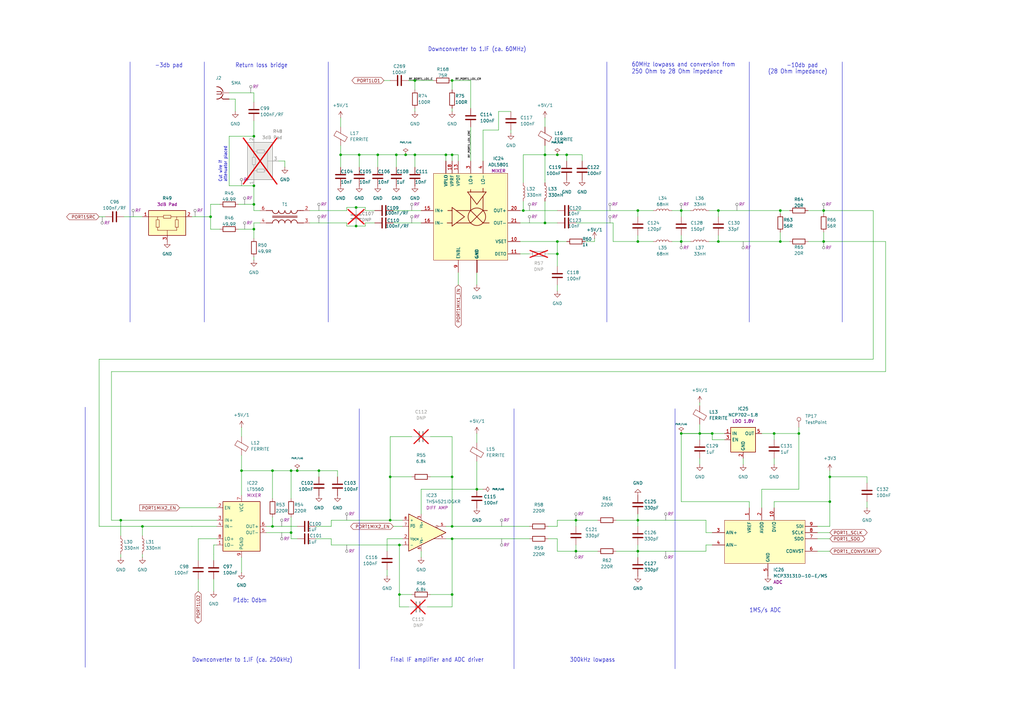
<source format=kicad_sch>
(kicad_sch (version 20231120) (generator "eeschema") (generator_version "8.0")
  (paper "A3")
  (title_block (title "Port 1") (company "LibreVNA"))
  (lib_symbols
    (symbol "Amplifier_Difference:THS4521IDGK"
      (property "Reference" "U" (at 0 6.35 0))
      (property "Value" "THS4521IDGK" (at 10.16 -6.35 0))
      (symbol "THS4521IDGK_1_1"
        (pin input line (at -10.16 -5.08 0) (length 2.54) (name "-") (number "1"))
        (pin input line (at -10.16 -2.54 0) (length 2.54) (name "V_{OCM}") (number "2"))
        (pin power_in line (at -2.54 7.62 270) (length 2.54) (name "V_{S+}") (number "3"))
        (pin output line (at 7.62 -2.54 180) (length 3.175) (name "") (number "4"))
        (pin output line (at 7.62 2.54 180) (length 3.175) (name "") (number "5"))
        (pin power_in line (at -2.54 -7.62 90) (length 2.54) (name "V_{S-}") (number "6"))
        (pin input line (at -10.16 2.54 0) (length 2.54) (name "~{PD}") (number "7"))
        (pin input line (at -10.16 5.08 0) (length 2.54) (name "+") (number "8"))
      )
    )
    (symbol "Connector:TestPoint" (pin_numbers hide) (pin_names (offset 0.762) hide)
      (property "Reference" "TP" (at 0 6.858 0))
      (property "Value" "TestPoint" (at 0 5.08 0))
      (symbol "TestPoint_1_1"
        (pin passive line (at 0 0 90) (length 2.54) (name "1") (number "1"))
      )
    )
    (symbol "Device:C" (pin_numbers hide) (pin_names (offset 0.254))
      (property "Reference" "C" (at 0.635 2.54 0))
      (property "Value" "C" (at 0.635 -2.54 0))
      (symbol "C_1_1"
        (pin passive line (at 0 3.81 270) (length 2.794) (name "~") (number "1"))
        (pin passive line (at 0 -3.81 90) (length 2.794) (name "~") (number "2"))
      )
    )
    (symbol "Device:FerriteBead" (pin_numbers hide) (pin_names (offset 0))
      (property "Reference" "FB" (at -3.81 0.635 90))
      (property "Value" "FerriteBead" (at 3.81 0 90))
      (symbol "FerriteBead_1_1"
        (pin passive line (at 0 3.81 270) (length 2.54) (name "~") (number "1"))
        (pin passive line (at 0 -3.81 90) (length 2.54) (name "~") (number "2"))
      )
    )
    (symbol "Device:L" (pin_numbers hide) (pin_names (offset 1.016) hide)
      (property "Reference" "L" (at -1.27 0 90))
      (property "Value" "L" (at 1.905 0 90))
      (symbol "L_1_1"
        (pin passive line (at 0 3.81 270) (length 1.27) (name "1") (number "1"))
        (pin passive line (at 0 -3.81 90) (length 1.27) (name "2") (number "2"))
      )
    )
    (symbol "Device:R" (pin_numbers hide) (pin_names (offset 0))
      (property "Reference" "R" (at 2.032 0 90))
      (property "Value" "R" (at 0 0 90))
      (symbol "R_1_1"
        (pin passive line (at 0 3.81 270) (length 1.27) (name "~") (number "1"))
        (pin passive line (at 0 -3.81 90) (length 1.27) (name "~") (number "2"))
      )
    )
    (symbol "RF:PAT1220-C-3DB"
      (property "Reference" "U" (at -6.35 6.35 0))
      (property "Value" "PAT1220-C-3DB" (at 5.08 6.35 0))
      (symbol "PAT1220-C-3DB_0_1"
        (pin passive line (at 0 -7.62 90) (length 2.54) (name "~") (number "3"))
      )
      (symbol "PAT1220-C-3DB_1_1"
        (pin passive line (at -10.16 2.54 0) (length 2.54) (name "~") (number "1"))
        (pin passive line (at 10.16 2.54 180) (length 2.54) (name "~") (number "2"))
      )
    )
    (symbol "RF_Mixer:LT5560"
      (property "Reference" "U" (at -3.81 13.97 0))
      (property "Value" "LT5560" (at -6.35 11.43 0))
      (symbol "LT5560_1_1"
        (pin input line (at -10.16 -7.62 0) (length 2.54) (name "LO-") (number "1"))
        (pin input line (at -10.16 7.62 0) (length 2.54) (name "EN") (number "2"))
        (pin input line (at -10.16 2.54 0) (length 2.54) (name "IN+") (number "3"))
        (pin input line (at -10.16 0 0) (length 2.54) (name "IN-") (number "4"))
        (pin output line (at 10.16 -2.54 180) (length 2.54) (name "OUT-") (number "5"))
        (pin output line (at 10.16 0 180) (length 2.54) (name "OUT+") (number "6"))
        (pin power_in line (at 0 12.7 270) (length 2.54) (name "VCC") (number "7"))
        (pin input line (at -10.16 -5.08 0) (length 2.54) (name "LO+") (number "8"))
        (pin power_in line (at 0 -12.7 90) (length 2.54) (name "PGND") (number "9"))
      )
    )
    (symbol "Regulator_Linear:NCP718xSN120"
      (property "Reference" "U" (at -3.81 6.35 0))
      (property "Value" "NCP718xSN120" (at 6.35 6.35 0))
      (symbol "NCP718xSN120_0_1"
        (pin power_in line (at -7.62 2.54 0) (length 2.54) (name "IN") (number "1"))
        (pin power_in line (at 0 -7.62 90) (length 2.54) (name "GND") (number "2"))
        (pin input line (at -7.62 0 0) (length 2.54) (name "EN") (number "3"))
        (pin no_connect line (at 5.08 0 180) (length 2.54) hide (name "NC") (number "4"))
        (pin power_out line (at 7.62 2.54 180) (length 2.54) (name "OUT") (number "5"))
      )
    )
    (symbol "VNA:ADL5801"
      (property "Reference" "IC" (at 5.334 20.32 0))
      (property "Value" "ADL5801" (at 5.08 18.288 0))
      (symbol "ADL5801_1_0"
        (pin power_in line (at 0 -22.86 90) (length 5.08) (name "GND") (number "1"))
        (pin bidirectional line (at 17.78 -10.16 180) (length 5.08) (name "VSET") (number "10"))
        (pin bidirectional line (at 17.78 -15.24 180) (length 5.08) (name "DETO") (number "11"))
        (pin passive line (at 0 -22.86 90) (length 5.08) (name "GND") (number "12"))
        (pin power_in line (at -7.62 22.86 270) (length 5.08) (name "VPDT") (number "13"))
        (pin passive line (at 0 -22.86 90) (length 5.08) (name "GND") (number "14"))
        (pin bidirectional line (at -22.86 2.54 0) (length 5.08) (name "IN+") (number "15"))
        (pin bidirectional line (at -22.86 -2.54 0) (length 5.08) (name "IN-") (number "16"))
        (pin passive line (at 0 -22.86 90) (length 5.08) (name "GND") (number "17"))
        (pin power_in line (at -10.16 22.86 270) (length 5.08) (name "VPRF") (number "18"))
        (pin passive line (at 0 -22.86 90) (length 5.08) (name "GND") (number "19"))
        (pin passive line (at 0 -22.86 90) (length 5.08) (name "GND") (number "2"))
        (pin bidirectional line (at 17.78 2.54 180) (length 5.08) (name "OUT+") (number "20"))
        (pin bidirectional line (at 17.78 -2.54 180) (length 5.08) (name "OUT-") (number "21"))
        (pin passive line (at 0 -22.86 90) (length 5.08) (name "GND") (number "23"))
        (pin passive line (at -12.7 22.86 270) (length 5.08) (name "VPLO") (number "24"))
        (pin passive line (at 0 -22.86 90) (length 5.08) (name "GND") (number "25"))
        (pin bidirectional line (at -2.54 22.86 270) (length 5.08) (name "LO+") (number "3"))
        (pin bidirectional line (at 2.54 22.86 270) (length 5.08) (name "LO-") (number "4"))
        (pin passive line (at 0 -22.86 90) (length 5.08) (name "GND") (number "5"))
        (pin passive line (at 0 -22.86 90) (length 5.08) (name "GND") (number "6"))
        (pin power_in line (at -12.7 22.86 270) (length 5.08) (name "VPLO") (number "7"))
        (pin passive line (at 0 -22.86 90) (length 5.08) (name "GND") (number "8"))
        (pin bidirectional line (at -7.62 -22.86 90) (length 5.08) (name "ENBL") (number "9"))
      )
    )
    (symbol "VNA:B012-617DB-1-63-B331"
      (property "Reference" "T" (at -6.096 3.556 0))
      (symbol "B012-617DB-1-63-B331_1_0"
        (pin passive line (at -10.16 -2.54 0) (length 2.54) (name "IN-") (number "2"))
        (pin passive line (at -10.16 2.54 0) (length 2.54) (name "IN+") (number "3"))
        (pin passive line (at 10.16 2.54 180) (length 2.54) (name "OUT+") (number "4"))
        (pin passive line (at 10.16 -2.54 180) (length 2.54) (name "OUT-") (number "6"))
      )
    )
    (symbol "VNA:BU-1420701851"
      (property "Reference" "J" (at -2.54 3.302 0))
      (symbol "BU-1420701851_1_0"
        (pin passive line (at 2.54 0 180) (length 2.54) (name "1") (number "1"))
        (pin passive line (at 2.54 -2.54 180) (length 2.54) (name "2") (number "G@1"))
        (pin passive line (at 2.54 -2.54 180) (length 2.54) (name "2") (number "G@2"))
        (pin passive line (at 2.54 -2.54 180) (length 2.54) (name "2") (number "G@3"))
        (pin passive line (at 2.54 -2.54 180) (length 2.54) (name "2") (number "G@4"))
      )
    )
    (symbol "VNA:MCP33131D-10-E/MS"
      (property "Reference" "IC" (at -17.018 8.636 0))
      (property "Value" "MCP33131D-10-E/MS" (at 16.002 8.636 0))
      (symbol "MCP33131D-10-E/MS_1_0"
        (pin power_in line (at -7.62 12.7 270) (length 5.08) (name "VREF") (number "1"))
        (pin power_in line (at 2.54 12.7 270) (length 5.08) (name "DVIO") (number "10"))
        (pin power_in line (at -2.54 12.7 270) (length 5.08) (name "AVDD") (number "2"))
        (pin bidirectional line (at -22.86 2.54 0) (length 5.08) (name "AIN+") (number "3"))
        (pin bidirectional line (at -22.86 -2.54 0) (length 5.08) (name "AIN-") (number "4"))
        (pin power_in line (at 0 -15.24 90) (length 5.08) (name "GND") (number "5"))
        (pin bidirectional line (at 20.32 -5.08 180) (length 5.08) (name "CONVST") (number "6"))
        (pin bidirectional line (at 20.32 0 180) (length 5.08) (name "SDO") (number "7"))
        (pin bidirectional line (at 20.32 2.54 180) (length 5.08) (name "SCLK") (number "8"))
        (pin input line (at 20.32 5.08 180) (length 5.08) (name "SDI") (number "9"))
      )
    )
    (symbol "power:GND" (power) (pin_numbers hide) (pin_names (offset 0) hide)
      (property "Value" "GND" (at 0 -3.81 0))
      (symbol "GND_1_1"
        (pin power_in line (at 0 0 270) (length 0) (name "~") (number "1"))
      )
    )
    (symbol "power:PWR_FLAG" (power) (pin_numbers hide) (pin_names (offset 0) hide)
      (property "Value" "PWR_FLAG" (at 0 3.81 0))
      (symbol "PWR_FLAG_0_0"
        (pin power_out line (at 0 0 90) (length 0) (name "~") (number "1"))
      )
    )
    (symbol "power:VCC" (power) (pin_numbers hide) (pin_names (offset 0) hide)
      (property "Value" "VCC" (at 0 3.556 0))
      (symbol "VCC_1_1"
        (pin power_in line (at 0 0 90) (length 0) (name "~") (number "1"))
      )
    )
  )
  (junction (at 154.94 63.5))
  (junction (at 185.42 243.84))
  (junction (at 139.7 63.5))
  (junction (at 104.14 55.88))
  (junction (at 261.62 86.36))
  (junction (at 170.18 63.5))
  (junction (at 228.6 104.14))
  (junction (at 228.6 99.06))
  (junction (at 121.92 193.04))
  (junction (at 166.37 63.5))
  (junction (at 236.22 226.06))
  (junction (at 317.5 177.8))
  (junction (at 261.62 213.36))
  (junction (at 223.52 63.5))
  (junction (at 111.76 215.9))
  (junction (at 279.4 99.06))
  (junction (at 232.41 63.5))
  (junction (at 170.18 33.02))
  (junction (at 337.82 99.06))
  (junction (at 130.81 193.04))
  (junction (at 111.76 193.04))
  (junction (at 119.38 218.44))
  (junction (at 340.36 205.74))
  (junction (at 320.04 86.36))
  (junction (at 104.14 93.98))
  (junction (at 146.05 92.71))
  (junction (at 147.32 63.5))
  (junction (at 327.66 177.8))
  (junction (at 99.06 193.04))
  (junction (at 160.02 213.36))
  (junction (at 185.42 33.02))
  (junction (at 294.64 86.36))
  (junction (at 185.42 220.98))
  (junction (at 86.36 88.9))
  (junction (at 119.38 193.04))
  (junction (at 162.56 63.5))
  (junction (at 160.02 195.58))
  (junction (at 279.4 177.8))
  (junction (at 163.83 243.84))
  (junction (at 195.58 200.66))
  (junction (at 261.62 226.06))
  (junction (at 185.42 63.5))
  (junction (at 58.42 215.9))
  (junction (at 214.63 86.36))
  (junction (at 261.62 99.06))
  (junction (at 279.4 86.36))
  (junction (at 340.36 195.58))
  (junction (at 185.42 195.58))
  (junction (at 320.04 99.06))
  (junction (at 146.05 85.09))
  (junction (at 185.42 215.9))
  (junction (at 223.52 91.44))
  (junction (at 49.53 213.36))
  (junction (at 287.02 177.8))
  (junction (at 163.83 223.52))
  (junction (at 228.6 63.5))
  (junction (at 104.14 83.82))
  (junction (at 182.88 63.5))
  (junction (at 292.1 177.8))
  (junction (at 294.64 99.06))
  (junction (at 104.14 76.2))
  (junction (at 337.82 86.36))
  (junction (at 236.22 213.36))
  (wire (pts (xy 161.29 215.9) (xy 165.1 215.9)))
  (wire (pts (xy 172.72 86.36) (xy 161.29 86.36)) (stroke (width 0.1524)))
  (wire (pts (xy 58.42 215.9) (xy 78.74 215.9)) (stroke (width 0.1524)))
  (polyline (pts (xy 307.34 25.4) (xy 307.34 132.08)) (stroke (width 0.1524) (type solid)))
  (wire (pts (xy 165.1 220.98) (xy 158.75 220.98)))
  (wire (pts (xy 93.98 40.64) (xy 96.52 40.64)) (stroke (width 0.1524)))
  (wire (pts (xy 104.14 86.36) (xy 106.68 86.36)) (stroke (width 0.1524)))
  (wire (pts (xy 317.5 208.28) (xy 317.5 205.74)) (stroke (width 0.1524)))
  (wire (pts (xy 78.74 88.9) (xy 86.36 88.9)) (stroke (width 0.1524)))
  (wire (pts (xy 154.94 63.5) (xy 147.32 63.5)) (stroke (width 0.1524)))
  (wire (pts (xy 172.72 200.66) (xy 195.58 200.66)) (stroke (width 0.1524)))
  (wire (pts (xy 99.06 193.04) (xy 99.06 186.69)) (stroke (width 0.1524)))
  (polyline (pts (xy 248.92 25.4) (xy 248.92 132.08)) (stroke (width 0.1524) (type solid)))
  (wire (pts (xy 335.28 218.44) (xy 340.36 218.44)) (stroke (width 0.1524)))
  (wire (pts (xy 224.79 220.98) (xy 228.6 220.98)) (stroke (width 0.1524)))
  (wire (pts (xy 81.28 220.98) (xy 81.28 229.87)) (stroke (width 0.1524)))
  (wire (pts (xy 228.6 213.36) (xy 236.22 213.36)) (stroke (width 0.1524)))
  (wire (pts (xy 337.82 87.63) (xy 337.82 86.36)))
  (wire (pts (xy 195.58 189.23) (xy 195.58 200.66)) (stroke (width 0.1524)))
  (wire (pts (xy 228.6 220.98) (xy 228.6 226.06)) (stroke (width 0.1524)))
  (wire (pts (xy 224.79 215.9) (xy 228.6 215.9)) (stroke (width 0.1524)))
  (wire (pts (xy 297.18 177.8) (xy 292.1 177.8)) (stroke (width 0.1524)))
  (wire (pts (xy 261.62 213.36) (xy 261.62 215.9)) (stroke (width 0.1524)))
  (wire (pts (xy 335.28 215.9) (xy 340.36 215.9)) (stroke (width 0.1524)))
  (wire (pts (xy 238.76 63.5) (xy 232.41 63.5)) (stroke (width 0.1524)))
  (wire (pts (xy 182.88 63.5) (xy 185.42 63.5)) (stroke (width 0.1524)))
  (wire (pts (xy 228.6 104.14) (xy 228.6 99.06)) (stroke (width 0.1524)))
  (wire (pts (xy 185.42 33.02) (xy 185.42 36.83)) (stroke (width 0.1524)))
  (wire (pts (xy 340.36 205.74) (xy 340.36 195.58)) (stroke (width 0.1524)))
  (wire (pts (xy 139.7 59.69) (xy 139.7 63.5)) (stroke (width 0.1524)))
  (polyline (pts (xy 345.44 25.4) (xy 345.44 132.08)) (stroke (width 0.1524) (type solid)))
  (wire (pts (xy 130.81 193.04) (xy 138.43 193.04)) (stroke (width 0.1524)))
  (wire (pts (xy 312.42 200.66) (xy 312.42 208.28)) (stroke (width 0.1524)))
  (wire (pts (xy 261.62 213.36) (xy 261.62 210.82)) (stroke (width 0.1524)))
  (wire (pts (xy 170.18 44.45) (xy 170.18 45.72)))
  (polyline (pts (xy 134.62 25.4) (xy 134.62 132.08)) (stroke (width 0.1524) (type solid)))
  (wire (pts (xy 93.98 55.88) (xy 93.98 76.2)) (stroke (width 0.1524)))
  (wire (pts (xy 139.7 52.07) (xy 139.7 48.26)) (stroke (width 0.1524)))
  (wire (pts (xy 185.42 243.84) (xy 185.42 220.98)) (stroke (width 0.1524)))
  (wire (pts (xy 96.52 40.64) (xy 96.52 45.72)) (stroke (width 0.1524)))
  (wire (pts (xy 279.4 205.74) (xy 279.4 177.8)) (stroke (width 0.1524)))
  (polyline (pts (xy 147.32 167.64) (xy 147.32 274.32)) (stroke (width 0.1524) (type solid)))
  (wire (pts (xy 312.42 177.8) (xy 317.5 177.8)) (stroke (width 0.1524)))
  (wire (pts (xy 223.52 48.26) (xy 223.52 52.07)) (stroke (width 0.1524)))
  (wire (pts (xy 214.63 86.36) (xy 228.6 86.36)) (stroke (width 0.1524)))
  (wire (pts (xy 279.4 86.36) (xy 283.21 86.36)) (stroke (width 0.1524)))
  (wire (pts (xy 168.91 243.84) (xy 163.83 243.84)) (stroke (width 0.1524)))
  (wire (pts (xy 185.42 220.98) (xy 182.88 220.98)) (stroke (width 0.1524)))
  (wire (pts (xy 251.46 91.44) (xy 251.46 99.06)) (stroke (width 0.1524)))
  (wire (pts (xy 129.54 220.98) (xy 135.89 220.98)) (stroke (width 0.1524)))
  (polyline (pts (xy 210.82 167.64) (xy 210.82 274.32)) (stroke (width 0.1524) (type solid)))
  (wire (pts (xy 97.79 93.98) (xy 104.14 93.98)) (stroke (width 0.1524)))
  (wire (pts (xy 114.3 66.04) (xy 116.84 66.04)) (stroke (width 0.1524)))
  (wire (pts (xy 204.47 53.34) (xy 198.12 53.34)) (stroke (width 0.1524)))
  (wire (pts (xy 49.53 213.36) (xy 88.9 213.36)) (stroke (width 0.1524)))
  (wire (pts (xy 168.91 195.58) (xy 160.02 195.58)) (stroke (width 0.1524)))
  (polyline (pts (xy 34.925 167.005) (xy 34.925 273.685)) (stroke (width 0.1524) (type solid)))
  (wire (pts (xy 172.72 228.6) (xy 172.72 226.06)) (stroke (width 0.1524)))
  (wire (pts (xy 331.47 86.36) (xy 337.82 86.36)) (stroke (width 0.1524)))
  (wire (pts (xy 327.66 177.8) (xy 317.5 177.8)) (stroke (width 0.1524)))
  (wire (pts (xy 104.14 91.44) (xy 106.68 91.44)) (stroke (width 0.1524)))
  (wire (pts (xy 198.12 200.66) (xy 195.58 200.66)))
  (wire (pts (xy 236.22 215.9) (xy 236.22 213.36)) (stroke (width 0.1524)))
  (wire (pts (xy 45.72 152.4) (xy 363.22 152.4)) (stroke (width 0.1524)))
  (wire (pts (xy 185.42 63.5) (xy 185.42 66.04)) (stroke (width 0.1524)))
  (wire (pts (xy 363.22 99.06) (xy 363.22 152.4)) (stroke (width 0.1524)))
  (wire (pts (xy 228.6 99.06) (xy 232.41 99.06)) (stroke (width 0.1524)))
  (wire (pts (xy 279.4 86.36) (xy 279.4 88.9)) (stroke (width 0.1524)))
  (wire (pts (xy 290.83 86.36) (xy 294.64 86.36)) (stroke (width 0.1524)))
  (wire (pts (xy 236.22 226.06) (xy 245.11 226.06)) (stroke (width 0.1524)))
  (wire (pts (xy 158.75 220.98) (xy 158.75 226.06)))
  (wire (pts (xy 195.58 177.8) (xy 195.58 181.61)) (stroke (width 0.1524)))
  (wire (pts (xy 104.14 76.2) (xy 104.14 83.82)) (stroke (width 0.1524)))
  (wire (pts (xy 261.62 88.9) (xy 261.62 86.36)) (stroke (width 0.1524)))
  (wire (pts (xy 320.04 95.25) (xy 320.04 99.06)) (stroke (width 0.1524)))
  (wire (pts (xy 185.42 33.02) (xy 193.04 33.02)) (stroke (width 0.1524)))
  (wire (pts (xy 287.02 177.8) (xy 287.02 180.34)) (stroke (width 0.1524)))
  (wire (pts (xy 355.6 205.74) (xy 355.6 208.28)) (stroke (width 0.1524)))
  (wire (pts (xy 175.26 248.92) (xy 185.42 248.92)) (stroke (width 0.1524)))
  (wire (pts (xy 166.37 63.5) (xy 162.56 63.5)) (stroke (width 0.1524)))
  (wire (pts (xy 176.53 195.58) (xy 185.42 195.58)) (stroke (width 0.1524)))
  (wire (pts (xy 81.28 237.49) (xy 81.28 242.57)) (stroke (width 0.1524)))
  (wire (pts (xy 121.92 193.04) (xy 130.81 193.04)) (stroke (width 0.1524)))
  (wire (pts (xy 279.4 177.8) (xy 287.02 177.8)))
  (wire (pts (xy 168.91 179.07) (xy 160.02 179.07)) (stroke (width 0.1524)))
  (wire (pts (xy 187.96 63.5) (xy 187.96 66.04)) (stroke (width 0.1524)))
  (wire (pts (xy 93.98 38.1) (xy 104.14 38.1)) (stroke (width 0.1524)))
  (wire (pts (xy 223.52 73.66) (xy 223.52 63.5)) (stroke (width 0.1524)))
  (wire (pts (xy 185.42 248.92) (xy 185.42 243.84)) (stroke (width 0.1524)))
  (wire (pts (xy 213.36 99.06) (xy 228.6 99.06)) (stroke (width 0.1524)))
  (wire (pts (xy 165.1 213.36) (xy 162.56 213.36)))
  (wire (pts (xy 228.6 119.38) (xy 228.6 116.84)) (stroke (width 0.1524)))
  (wire (pts (xy 204.47 45.72) (xy 209.55 45.72)) (stroke (width 0.1524)))
  (wire (pts (xy 163.83 243.84) (xy 163.83 223.52)) (stroke (width 0.1524)))
  (wire (pts (xy 40.64 215.9) (xy 58.42 215.9)) (stroke (width 0.1524)))
  (wire (pts (xy 228.6 109.22) (xy 228.6 104.14)) (stroke (width 0.1524)))
  (wire (pts (xy 142.24 85.09) (xy 146.05 85.09)) (stroke (width 0.1524)))
  (wire (pts (xy 86.36 83.82) (xy 90.17 83.82)) (stroke (width 0.1524)))
  (wire (pts (xy 172.72 91.44) (xy 161.29 91.44)) (stroke (width 0.1524)))
  (wire (pts (xy 87.63 229.87) (xy 87.63 227.33)) (stroke (width 0.1524)))
  (wire (pts (xy 172.72 200.66) (xy 172.72 210.82)) (stroke (width 0.1524)))
  (wire (pts (xy 58.42 215.9) (xy 58.42 219.71)) (stroke (width 0.1524)))
  (wire (pts (xy 287.02 173.99) (xy 287.02 177.8)) (stroke (width 0.1524)))
  (wire (pts (xy 223.52 63.5) (xy 214.63 63.5)) (stroke (width 0.1524)))
  (wire (pts (xy 320.04 87.63) (xy 320.04 86.36)))
  (wire (pts (xy 228.6 215.9) (xy 228.6 213.36)) (stroke (width 0.1524)))
  (wire (pts (xy 121.92 215.9) (xy 111.76 215.9)) (stroke (width 0.1524)))
  (wire (pts (xy 182.88 63.5) (xy 182.88 66.04)) (stroke (width 0.1524)))
  (wire (pts (xy 214.63 82.55) (xy 214.63 86.36)) (stroke (width 0.1524)))
  (wire (pts (xy 146.05 92.71) (xy 149.86 92.71)) (stroke (width 0.1524)))
  (wire (pts (xy 162.56 63.5) (xy 162.56 68.58)) (stroke (width 0.1524)))
  (wire (pts (xy 104.14 93.98) (xy 104.14 91.44)) (stroke (width 0.1524)))
  (wire (pts (xy 317.5 187.96) (xy 317.5 190.5)) (stroke (width 0.1524)))
  (wire (pts (xy 289.56 223.52) (xy 292.1 223.52)) (stroke (width 0.1524)))
  (wire (pts (xy 292.1 177.8) (xy 287.02 177.8)) (stroke (width 0.1524)))
  (wire (pts (xy 182.88 63.5) (xy 170.18 63.5)) (stroke (width 0.1524)))
  (wire (pts (xy 214.63 63.5) (xy 214.63 74.93)) (stroke (width 0.1524)))
  (wire (pts (xy 49.53 227.33) (xy 49.53 228.6)))
  (wire (pts (xy 163.83 223.52) (xy 165.1 223.52)) (stroke (width 0.1524)))
  (wire (pts (xy 252.73 213.36) (xy 261.62 213.36)) (stroke (width 0.1524)))
  (wire (pts (xy 261.62 226.06) (xy 261.62 223.52)) (stroke (width 0.1524)))
  (wire (pts (xy 217.17 104.14) (xy 213.36 104.14)) (stroke (width 0.1524)))
  (wire (pts (xy 142.24 92.71) (xy 142.24 91.44)) (stroke (width 0.1524)))
  (wire (pts (xy 261.62 96.52) (xy 261.62 99.06)) (stroke (width 0.1524)))
  (wire (pts (xy 149.86 85.09) (xy 149.86 86.36)) (stroke (width 0.1524)))
  (wire (pts (xy 213.36 91.44) (xy 223.52 91.44)) (stroke (width 0.1524)))
  (wire (pts (xy 307.34 208.28) (xy 307.34 205.74)) (stroke (width 0.1524)))
  (wire (pts (xy 358.14 147.32) (xy 40.64 147.32)) (stroke (width 0.1524)))
  (wire (pts (xy 149.86 92.71) (xy 149.86 91.44)) (stroke (width 0.1524)))
  (wire (pts (xy 198.12 53.34) (xy 198.12 66.04)) (stroke (width 0.1524)))
  (wire (pts (xy 193.04 52.07) (xy 193.04 53.34)))
  (wire (pts (xy 167.64 33.02) (xy 170.18 33.02)))
  (wire (pts (xy 355.6 195.58) (xy 355.6 198.12)) (stroke (width 0.1524)))
  (wire (pts (xy 104.14 86.36) (xy 104.14 83.82)) (stroke (width 0.1524)))
  (wire (pts (xy 358.14 147.32) (xy 358.14 86.36)) (stroke (width 0.1524)))
  (wire (pts (xy 294.64 86.36) (xy 320.04 86.36)) (stroke (width 0.1524)))
  (wire (pts (xy 99.06 193.04) (xy 111.76 193.04)) (stroke (width 0.1524)))
  (wire (pts (xy 236.22 86.36) (xy 261.62 86.36)) (stroke (width 0.1524)))
  (wire (pts (xy 228.6 63.5) (xy 223.52 63.5)) (stroke (width 0.1524)))
  (wire (pts (xy 193.04 44.45) (xy 193.04 33.02)) (stroke (width 0.1524)))
  (wire (pts (xy 187.96 111.76) (xy 187.96 116.84)) (stroke (width 0.1524)))
  (wire (pts (xy 49.53 213.36) (xy 49.53 219.71)) (stroke (width 0.1524)))
  (wire (pts (xy 287.02 187.96) (xy 287.02 190.5)) (stroke (width 0.1524)))
  (wire (pts (xy 307.34 205.74) (xy 279.4 205.74)) (stroke (width 0.1524)))
  (wire (pts (xy 228.6 63.5) (xy 232.41 63.5)) (stroke (width 0.1524)))
  (wire (pts (xy 109.22 215.9) (xy 111.76 215.9)) (stroke (width 0.1524)))
  (wire (pts (xy 154.94 68.58) (xy 154.94 63.5)) (stroke (width 0.1524)))
  (wire (pts (xy 58.42 227.33) (xy 58.42 228.6)))
  (wire (pts (xy 289.56 226.06) (xy 289.56 223.52)) (stroke (width 0.1524)))
  (wire (pts (xy 312.42 200.66) (xy 327.66 200.66)) (stroke (width 0.1524)))
  (wire (pts (xy 320.04 86.36) (xy 323.85 86.36)) (stroke (width 0.1524)))
  (wire (pts (xy 87.63 242.57) (xy 87.63 237.49)) (stroke (width 0.1524)))
  (wire (pts (xy 158.75 233.68) (xy 158.75 236.22)) (stroke (width 0.1524)))
  (wire (pts (xy 73.66 208.28) (xy 88.9 208.28)))
  (wire (pts (xy 142.24 91.44) (xy 127 91.44)) (stroke (width 0.1524)))
  (wire (pts (xy 119.38 204.47) (xy 119.38 193.04)) (stroke (width 0.1524)))
  (wire (pts (xy 167.64 248.92) (xy 163.83 248.92)) (stroke (width 0.1524)))
  (wire (pts (xy 147.32 68.58) (xy 147.32 63.5)) (stroke (width 0.1524)))
  (wire (pts (xy 86.36 88.9) (xy 86.36 83.82)) (stroke (width 0.1524)))
  (wire (pts (xy 142.24 92.71) (xy 146.05 92.71)) (stroke (width 0.1524)))
  (wire (pts (xy 149.86 86.36) (xy 153.67 86.36)) (stroke (width 0.1524)))
  (wire (pts (xy 104.14 38.1) (xy 104.14 41.91)) (stroke (width 0.1524)))
  (wire (pts (xy 99.06 234.95) (xy 99.06 228.6)))
  (wire (pts (xy 232.41 66.04) (xy 232.41 63.5)) (stroke (width 0.1524)))
  (wire (pts (xy 340.36 195.58) (xy 355.6 195.58)) (stroke (width 0.1524)))
  (wire (pts (xy 279.4 96.52) (xy 279.4 99.06)) (stroke (width 0.1524)))
  (wire (pts (xy 185.42 195.58) (xy 185.42 215.9)) (stroke (width 0.1524)))
  (wire (pts (xy 185.42 44.45) (xy 185.42 45.72)))
  (wire (pts (xy 50.8 88.9) (xy 58.42 88.9)) (stroke (width 0.1524)))
  (wire (pts (xy 287.02 177.8) (xy 292.1 177.8)))
  (wire (pts (xy 335.28 220.98) (xy 340.36 220.98)) (stroke (width 0.1524)))
  (wire (pts (xy 104.14 49.53) (xy 104.14 55.88)) (stroke (width 0.1524)))
  (wire (pts (xy 238.76 66.04) (xy 238.76 63.5)) (stroke (width 0.1524)))
  (wire (pts (xy 223.52 82.55) (xy 223.52 91.44)) (stroke (width 0.1524)))
  (wire (pts (xy 138.43 193.04) (xy 138.43 195.58)) (stroke (width 0.1524)))
  (wire (pts (xy 135.89 213.36) (xy 160.02 213.36)) (stroke (width 0.1524)))
  (wire (pts (xy 78.74 215.9) (xy 88.9 215.9)))
  (wire (pts (xy 275.59 99.06) (xy 279.4 99.06)) (stroke (width 0.1524)))
  (wire (pts (xy 135.89 223.52) (xy 135.89 220.98)) (stroke (width 0.1524)))
  (wire (pts (xy 45.72 213.36) (xy 45.72 152.4)) (stroke (width 0.1524)))
  (wire (pts (xy 99.06 193.04) (xy 99.06 203.2)) (stroke (width 0.1524)))
  (wire (pts (xy 49.53 213.36) (xy 45.72 213.36)) (stroke (width 0.1524)))
  (wire (pts (xy 167.64 33.02) (xy 170.18 33.02)) (stroke (width 0.1524)))
  (wire (pts (xy 170.18 33.02) (xy 177.8 33.02)) (stroke (width 0.1524)))
  (wire (pts (xy 170.18 63.5) (xy 166.37 63.5)) (stroke (width 0.1524)))
  (wire (pts (xy 88.9 223.52) (xy 87.63 223.52)))
  (wire (pts (xy 290.83 99.06) (xy 294.64 99.06)) (stroke (width 0.1524)))
  (wire (pts (xy 146.05 85.09) (xy 149.86 85.09)) (stroke (width 0.1524)))
  (wire (pts (xy 317.5 177.8) (xy 317.5 180.34)) (stroke (width 0.1524)))
  (wire (pts (xy 275.59 86.36) (xy 279.4 86.36)) (stroke (width 0.1524)))
  (wire (pts (xy 236.22 213.36) (xy 245.11 213.36)) (stroke (width 0.1524)))
  (wire (pts (xy 40.64 88.9) (xy 43.18 88.9)) (stroke (width 0.1524)))
  (wire (pts (xy 195.58 111.76) (xy 195.58 116.84)) (stroke (width 0.1524)))
  (wire (pts (xy 109.22 218.44) (xy 119.38 218.44)) (stroke (width 0.1524)))
  (wire (pts (xy 209.55 53.34) (xy 209.55 54.61)))
  (wire (pts (xy 160.02 213.36) (xy 162.56 213.36)) (stroke (width 0.1524)))
  (wire (pts (xy 292.1 180.34) (xy 292.1 177.8)) (stroke (width 0.1524)))
  (wire (pts (xy 337.82 99.06) (xy 363.22 99.06)) (stroke (width 0.1524)))
  (wire (pts (xy 160.02 33.02) (xy 157.48 33.02)) (stroke (width 0.1524)))
  (wire (pts (xy 93.98 76.2) (xy 104.14 76.2)) (stroke (width 0.1524)))
  (wire (pts (xy 317.5 205.74) (xy 340.36 205.74)) (stroke (width 0.1524)))
  (wire (pts (xy 261.62 226.06) (xy 289.56 226.06)) (stroke (width 0.1524)))
  (wire (pts (xy 224.79 104.14) (xy 228.6 104.14)) (stroke (width 0.1524)))
  (wire (pts (xy 135.89 223.52) (xy 163.83 223.52)) (stroke (width 0.1524)))
  (wire (pts (xy 119.38 193.04) (xy 121.92 193.04)) (stroke (width 0.1524)))
  (wire (pts (xy 111.76 193.04) (xy 119.38 193.04)) (stroke (width 0.1524)))
  (wire (pts (xy 292.1 218.44) (xy 289.56 218.44)) (stroke (width 0.1524)))
  (wire (pts (xy 111.76 204.47) (xy 111.76 193.04)) (stroke (width 0.1524)))
  (wire (pts (xy 87.63 223.52) (xy 87.63 227.33)))
  (wire (pts (xy 223.52 59.69) (xy 223.52 63.5)) (stroke (width 0.1524)))
  (wire (pts (xy 217.17 215.9) (xy 185.42 215.9)) (stroke (width 0.1524)))
  (wire (pts (xy 163.83 248.92) (xy 163.83 243.84)) (stroke (width 0.1524)))
  (wire (pts (xy 289.56 213.36) (xy 289.56 218.44)) (stroke (width 0.1524)))
  (wire (pts (xy 243.84 99.06) (xy 240.03 99.06)) (stroke (width 0.1524)))
  (wire (pts (xy 104.14 93.98) (xy 104.14 97.79)) (stroke (width 0.1524)))
  (wire (pts (xy 86.36 88.9) (xy 86.36 93.98)) (stroke (width 0.1524)))
  (wire (pts (xy 236.22 223.52) (xy 236.22 226.06)) (stroke (width 0.1524)))
  (wire (pts (xy 243.84 97.79) (xy 243.84 99.06)) (stroke (width 0.1524)))
  (wire (pts (xy 213.36 86.36) (xy 214.63 86.36)) (stroke (width 0.1524)))
  (wire (pts (xy 104.14 105.41) (xy 104.14 106.68)))
  (wire (pts (xy 147.32 63.5) (xy 139.7 63.5)) (stroke (width 0.1524)))
  (wire (pts (xy 340.36 193.04) (xy 340.36 195.58)) (stroke (width 0.1524)))
  (wire (pts (xy 130.81 195.58) (xy 130.81 193.04)) (stroke (width 0.1524)))
  (wire (pts (xy 119.38 220.98) (xy 121.92 220.98)) (stroke (width 0.1524)))
  (wire (pts (xy 252.73 226.06) (xy 261.62 226.06)) (stroke (width 0.1524)))
  (wire (pts (xy 337.82 86.36) (xy 358.14 86.36)) (stroke (width 0.1524)))
  (wire (pts (xy 251.46 99.06) (xy 261.62 99.06)) (stroke (width 0.1524)))
  (wire (pts (xy 111.76 215.9) (xy 111.76 212.09)) (stroke (width 0.1524)))
  (wire (pts (xy 170.18 68.58) (xy 170.18 63.5)) (stroke (width 0.1524)))
  (wire (pts (xy 176.53 179.07) (xy 185.42 179.07)) (stroke (width 0.1524)))
  (wire (pts (xy 185.42 215.9) (xy 182.88 215.9)) (stroke (width 0.1524)))
  (wire (pts (xy 337.82 95.25) (xy 337.82 99.06)) (stroke (width 0.1524)))
  (wire (pts (xy 335.28 226.06) (xy 340.36 226.06)) (stroke (width 0.1524)))
  (wire (pts (xy 261.62 86.36) (xy 267.97 86.36)) (stroke (width 0.1524)))
  (wire (pts (xy 170.18 36.83) (xy 170.18 33.02)) (stroke (width 0.1524)))
  (wire (pts (xy 99.06 179.07) (xy 99.06 175.26)) (stroke (width 0.1524)))
  (wire (pts (xy 104.14 83.82) (xy 97.79 83.82)) (stroke (width 0.1524)))
  (wire (pts (xy 261.62 226.06) (xy 261.62 228.6)) (stroke (width 0.1524)))
  (wire (pts (xy 185.42 63.5) (xy 187.96 63.5)) (stroke (width 0.1524)))
  (polyline (pts (xy 83.82 25.4) (xy 83.82 132.08)) (stroke (width 0.1524) (type solid)))
  (wire (pts (xy 135.89 215.9) (xy 129.54 215.9)) (stroke (width 0.1524)))
  (wire (pts (xy 119.38 218.44) (xy 119.38 212.09)) (stroke (width 0.1524)))
  (wire (pts (xy 261.62 99.06) (xy 267.97 99.06)) (stroke (width 0.1524)))
  (wire (pts (xy 228.6 91.44) (xy 223.52 91.44)) (stroke (width 0.1524)))
  (wire (pts (xy 139.7 68.58) (xy 139.7 63.5)) (stroke (width 0.1524)))
  (wire (pts (xy 287.02 166.37) (xy 287.02 165.1)))
  (wire (pts (xy 327.66 200.66) (xy 327.66 177.8)) (stroke (width 0.1524)))
  (wire (pts (xy 160.02 179.07) (xy 160.02 195.58)) (stroke (width 0.1524)))
  (wire (pts (xy 127 86.36) (xy 142.24 86.36)) (stroke (width 0.1524)))
  (wire (pts (xy 160.02 195.58) (xy 160.02 213.36)) (stroke (width 0.1524)))
  (wire (pts (xy 142.24 86.36) (xy 142.24 85.09)) (stroke (width 0.1524)))
  (wire (pts (xy 135.89 213.36) (xy 135.89 215.9)) (stroke (width 0.1524)))
  (wire (pts (xy 86.36 93.98) (xy 90.17 93.98)) (stroke (width 0.1524)))
  (wire (pts (xy 304.8 187.96) (xy 304.8 190.5)) (stroke (width 0.1524)))
  (wire (pts (xy 297.18 180.34) (xy 292.1 180.34)) (stroke (width 0.1524)))
  (wire (pts (xy 294.64 86.36) (xy 294.64 88.9)) (stroke (width 0.1524)))
  (wire (pts (xy 320.04 99.06) (xy 323.85 99.06)) (stroke (width 0.1524)))
  (wire (pts (xy 185.42 179.07) (xy 185.42 195.58)) (stroke (width 0.1524)))
  (wire (pts (xy 223.52 73.66) (xy 223.52 74.93)))
  (wire (pts (xy 104.14 55.88) (xy 93.98 55.88)) (stroke (width 0.1524)))
  (wire (pts (xy 327.66 175.26) (xy 327.66 177.8)) (stroke (width 0.1524)))
  (wire (pts (xy 340.36 215.9) (xy 340.36 205.74)) (stroke (width 0.1524)))
  (wire (pts (xy 228.6 226.06) (xy 236.22 226.06)) (stroke (width 0.1524)))
  (wire (pts (xy 331.47 99.06) (xy 337.82 99.06)) (stroke (width 0.1524)))
  (wire (pts (xy 162.56 63.5) (xy 154.94 63.5)) (stroke (width 0.1524)))
  (wire (pts (xy 88.9 220.98) (xy 81.28 220.98)))
  (wire (pts (xy 261.62 213.36) (xy 289.56 213.36)) (stroke (width 0.1524)))
  (wire (pts (xy 236.22 91.44) (xy 251.46 91.44)) (stroke (width 0.1524)))
  (wire (pts (xy 185.42 220.98) (xy 217.17 220.98)) (stroke (width 0.1524)))
  (wire (pts (xy 294.64 99.06) (xy 320.04 99.06)) (stroke (width 0.1524)))
  (wire (pts (xy 119.38 220.98) (xy 119.38 218.44)) (stroke (width 0.1524)))
  (wire (pts (xy 116.84 66.04) (xy 116.84 68.58)) (stroke (width 0.1524)))
  (wire (pts (xy 204.47 45.72) (xy 204.47 53.34)) (stroke (width 0.1524)))
  (wire (pts (xy 279.4 99.06) (xy 283.21 99.06)) (stroke (width 0.1524)))
  (wire (pts (xy 149.86 91.44) (xy 153.67 91.44)) (stroke (width 0.1524)))
  (wire (pts (xy 176.53 243.84) (xy 185.42 243.84)) (stroke (width 0.1524)))
  (wire (pts (xy 279.4 177.8) (xy 287.02 177.8)) (stroke (width 0.1524)))
  (wire (pts (xy 294.64 99.06) (xy 294.64 96.52)) (stroke (width 0.1524)))
  (wire (pts (xy 193.04 53.34) (xy 193.04 66.04)) (stroke (width 0.1524)))
  (wire (pts (xy 40.64 147.32) (xy 40.64 215.9)) (stroke (width 0.1524)))
  (polyline (pts (xy 53.34 25.4) (xy 53.34 132.08)) (stroke (width 0.1524) (type solid)))
  (polyline (pts (xy 276.86 167.64) (xy 276.86 274.32)) (stroke (width 0.1524) (type solid)))
  (text "Downconverter to 1.IF (ca. 250kHz)" (at 78.74 271.78 0) (effects (font (size 1.778 1.5113)) (justify left bottom)))
  (text "(28 Ohm impedance)" (at 314.96 30.48 0) (effects (font (size 1.778 1.5113)) (justify left bottom)))
  (text "-3db pad" (at 63.5 27.94 0) (effects (font (size 1.778 1.5113)) (justify left bottom)))
  (text "Cut wire if \nattenuator placed" (at 93.218 74.676 90) (effects (font (size 1.27 1.0795)) (justify left bottom)))
  (text "Return loss bridge" (at 96.52 27.94 0) (effects (font (size 1.778 1.5113)) (justify left bottom)))
  (text "Final IF amplifier and ADC driver" (at 160.02 271.78 0) (effects (font (size 1.778 1.5113)) (justify left bottom)))
  (text "P1db: 0dbm" (at 95.504 247.396 0) (effects (font (size 1.778 1.5113)) (justify left bottom)))
  (text "Downconverter to 1.IF (ca. 60MHz)" (at 175.514 21.336 0) (effects (font (size 1.778 1.5113)) (justify left bottom)))
  (text "-10db pad" (at 322.58 27.94 0) (effects (font (size 1.778 1.5113)) (justify left bottom)))
  (text "300kHz lowpass" (at 233.68 271.78 0) (effects (font (size 1.778 1.5113)) (justify left bottom)))
  (text "60MHz lowpass and conversion from\n250 Ohm to 28 Ohm impedance" (at 259.08 30.48 0) (effects (font (size 1.778 1.5113)) (justify left bottom)))
  (text "1MS/s ADC" (at 307.34 251.46 0) (effects (font (size 1.778 1.5113)) (justify left bottom)))
  (label "RF_PORT1_LO1_CR" (at 186.69 33.02 0) (effects (font (size 0.762 0.762))))
  (label "RF_PORT1_LO1_CRC" (at 193.04 53.34 270) (effects (font (size 0.762 0.762))))
  (label "RF_PORT1_LO1_C" (at 167.64 33.02 0) (effects (font (size 0.762 0.762))))
  (global_label "PORT1LO2" (shape bidirectional) (at 81.28 242.57 270) (property "Intersheetrefs" "${INTERSHEET_REFS}" (at 81.28 256.2822 90) (effects (justify right))))
  (global_label "PORT1MIX2_EN" (shape input) (at 73.66 208.28 180) (property "Intersheetrefs" "${INTERSHEET_REFS}" (at 56.7049 208.28 0) (effects (justify right))))
  (global_label "PORT1MIX1_EN" (shape bidirectional) (at 187.96 116.84 270) (property "Intersheetrefs" "${INTERSHEET_REFS}" (at 187.96 134.9064 90) (effects (justify right))))
  (global_label "PORT1LO1" (shape bidirectional) (at 157.48 33.02 180) (property "Intersheetrefs" "${INTERSHEET_REFS}" (at 143.7678 33.02 0) (effects (justify right))))
  (global_label "PORT1_SCLK" (shape bidirectional) (at 340.36 218.44 0) (property "Intersheetrefs" "${INTERSHEET_REFS}" (at 356.2493 218.44 0) (effects (justify left))))
  (global_label "PORT1_CONVSTART" (shape bidirectional) (at 340.36 226.06 0) (property "Intersheetrefs" "${INTERSHEET_REFS}" (at 361.9946 226.06 0) (effects (justify left))))
  (global_label "PORT1_SDO" (shape bidirectional) (at 340.36 220.98 0) (property "Intersheetrefs" "${INTERSHEET_REFS}" (at 355.2817 220.98 0) (effects (justify left))))
  (global_label "PORT1SRC" (shape bidirectional) (at 40.64 88.9 180) (property "Intersheetrefs" "${INTERSHEET_REFS}" (at 26.7464 88.9 0) (effects (justify right))))
  (global_label "PORT1MIX2_EN" (shape bidirectional) (at 161.29 215.9 180) (property "Intersheetrefs" "${INTERSHEET_REFS}" (at 143.2236 215.9 0) (effects (justify right))))
  (netclass_flag "" (length 2.54) (shape round) (at 99.06 76.2 0) (property "Netclass" "RF" (at 99.7585 73.66 0) (effects (font (italic yes)) (justify left))))
  (netclass_flag "" (length 2.54) (shape round) (at 168.91 91.44 0) (property "Netclass" "RF" (at 169.6085 88.9 0) (effects (font (italic yes)) (justify left))))
  (netclass_flag "" (length 2.54) (shape round) (at 115.57 215.9 0) (property "Netclass" "RF" (at 116.2685 213.36 0) (effects (font (italic yes)) (justify left))))
  (netclass_flag "" (length 2.54) (shape round) (at 142.24 213.36 0) (property "Netclass" "RF" (at 142.9385 210.82 0) (effects (font (italic yes)) (justify left))))
  (netclass_flag "" (length 2.54) (shape round) (at 236.22 213.36 0) (property "Netclass" "RF" (at 236.9185 210.82 0) (effects (font (italic yes)) (justify left))))
  (netclass_flag "" (length 2.54) (shape round) (at 54.61 88.9 0) (property "Netclass" "RF" (at 55.3085 86.36 0) (effects (font (italic yes)) (justify left))))
  (netclass_flag "" (length 2.54) (shape round) (at 142.24 223.52 180) (property "Netclass" "RF" (at 142.9385 226.06 0) (effects (font (italic yes)) (justify left))))
  (netclass_flag "" (length 2.54) (shape round) (at 250.19 91.44 0) (property "Netclass" "RF" (at 250.8885 88.9 0) (effects (font (italic yes)) (justify left))))
  (netclass_flag "" (length 2.54) (shape round) (at 41.91 88.9 180) (property "Netclass" "RF" (at 42.6085 91.44 0) (effects (font (italic yes)) (justify left))))
  (netclass_flag "" (length 2.54) (shape round) (at 337.82 86.36 0) (property "Netclass" "RF" (at 338.5185 83.82 0) (effects (font (italic yes)) (justify left))))
  (netclass_flag "" (length 2.54) (shape round) (at 304.8 99.06 180) (property "Netclass" "RF" (at 305.4985 101.6 0) (effects (font (italic yes)) (justify left))))
  (netclass_flag "" (length 2.54) (shape round) (at 217.17 91.44 0) (property "Netclass" "RF" (at 217.8685 88.9 0) (effects (font (italic yes)) (justify left))))
  (netclass_flag "" (length 2.54) (shape round) (at 302.26 86.36 0) (property "Netclass" "RF" (at 302.9585 83.82 0) (effects (font (italic yes)) (justify left))))
  (netclass_flag "" (length 2.54) (shape round) (at 115.57 218.44 180) (property "Netclass" "RF" (at 116.2685 220.98 0) (effects (font (italic yes)) (justify left))))
  (netclass_flag "" (length 2.54) (shape round) (at 337.82 99.06 180) (property "Netclass" "RF" (at 338.5185 101.6 0) (effects (font (italic yes)) (justify left))))
  (netclass_flag "" (length 2.54) (shape round) (at 100.33 93.98 0) (property "Netclass" "RF" (at 101.0285 91.44 0) (effects (font (italic yes)) (justify left))))
  (netclass_flag "" (length 2.54) (shape round) (at 130.81 91.44 0) (property "Netclass" "RF" (at 131.5085 88.9 0) (effects (font (italic yes)) (justify left))))
  (netclass_flag "" (length 2.54) (shape round) (at 250.19 86.36 0) (property "Netclass" "RF" (at 250.8885 83.82 0) (effects (font (italic yes)) (justify left))))
  (netclass_flag "" (length 2.54) (shape round) (at 279.4 99.06 180) (property "Netclass" "RF" (at 280.0985 101.6 0) (effects (font (italic yes)) (justify left))))
  (netclass_flag "" (length 2.54) (shape round) (at 130.81 86.36 0) (property "Netclass" "RF" (at 131.5085 83.82 0) (effects (font (italic yes)) (justify left))))
  (netclass_flag "" (length 2.54) (shape round) (at 168.91 86.36 0) (property "Netclass" "RF" (at 169.6085 83.82 0) (effects (font (italic yes)) (justify left))))
  (netclass_flag "" (length 2.54) (shape round) (at 205.74 215.9 0) (property "Netclass" "RF" (at 206.4385 213.36 0) (effects (font (italic yes)) (justify left))))
  (netclass_flag "" (length 2.54) (shape round) (at 273.05 213.36 0) (property "Netclass" "RF" (at 273.7485 210.82 0) (effects (font (italic yes)) (justify left))))
  (netclass_flag "" (length 2.54) (shape round) (at 80.01 88.9 0) (property "Netclass" "RF" (at 80.7085 86.36 0) (effects (font (italic yes)) (justify left))))
  (netclass_flag "" (length 2.54) (shape round) (at 236.22 226.06 180) (property "Netclass" "RF" (at 236.9185 228.6 0) (effects (font (italic yes)) (justify left))))
  (netclass_flag "" (length 2.54) (shape round) (at 205.74 220.98 180) (property "Netclass" "RF" (at 206.4385 223.52 0) (effects (font (italic yes)) (justify left))))
  (netclass_flag "" (length 2.54) (shape round) (at 273.05 226.06 180) (property "Netclass" "RF" (at 273.7485 228.6 0) (effects (font (italic yes)) (justify left))))
  (netclass_flag "" (length 2.54) (shape round) (at 102.87 38.1 0) (property "Netclass" "RF" (at 103.5685 35.56 0) (effects (font (italic yes)) (justify left))))
  (netclass_flag "" (length 2.54) (shape round) (at 100.33 83.82 0) (property "Netclass" "RF" (at 101.0285 81.28 0) (effects (font (italic yes)) (justify left))))
  (netclass_flag "" (length 2.54) (shape round) (at 279.4 86.36 0) (property "Netclass" "RF" (at 280.0985 83.82 0) (effects (font (italic yes)) (justify left))))
  (netclass_flag "" (length 2.54) (shape round) (at 217.17 86.36 0) (property "Netclass" "RF" (at 217.8685 83.82 0) (effects (font (italic yes)) (justify left))))
  (symbol (lib_id "Device:R") (at 220.98 104.14 270) (unit 1) (dnp yes)
    (property "Reference" "R57" (at 220.98 107.95 90))
    (property "Value" "DNP" (at 220.98 110.49 90))
    (property "Footprint" "Resistor_SMD:R_0402_1005Metric" (effects (hide yes)))
    (property "Description" "Resistor" (effects (hide yes)))
  )
  (symbol (lib_id "Regulator_Linear:NCP718xSN120") (at 304.8 180.34 0) (unit 1)
    (property "Reference" "IC25" (at 304.8 167.64 0))
    (property "Value" "NCP702-1.8" (at 304.8 170.18 0))
    (property "Footprint" "Package_TO_SOT_SMD:SOT-23-5" (effects (hide yes)))
    (property "MPN" "NCP702SN18T1G" (effects (hide yes)))
    (property "Comment" "LDO 1.8V" (at 304.8 172.72 0))
  )
  (symbol (lib_id "power:PWR_FLAG") (at 166.37 63.5 0) (unit 1)
    (property "Reference" "#FLG0123" (effects (hide yes)))
    (property "Value" "PWR_FLAG" (at 166.37 58.42 0) (effects (font (size 0.635 0.635))))
    (property "Description" "Special symbol for telling ERC where power comes from" (effects (hide yes)))
  )
  (symbol (lib_id "Device:FerriteBead") (at 195.58 185.42 180) (unit 1)
    (property "Reference" "L15" (at 199.39 184.2007 0) (effects (justify right)))
    (property "Value" "FERRITE" (at 199.39 186.7407 0) (effects (justify right)))
    (property "Footprint" "Resistor_SMD:R_0402_1005Metric" (effects (hide yes)))
    (property "Description" "Ferrite bead" (effects (hide yes)))
    (property "MPN" "BLM15AX601SN1" (effects (hide yes)))
  )
  (symbol (lib_id "Device:C") (at 104.14 45.72 0) (unit 1)
    (property "Reference" "C99" (at 106.68 44.45 0) (effects (justify left)))
    (property "Value" "100nF/RF" (at 106.68 46.99 0) (effects (justify left)))
    (property "Footprint" "Capacitor_SMD:C_0402_1005Metric" (effects (hide yes)))
    (property "Description" "Unpolarized capacitor" (effects (hide yes)))
    (property "Characteristic" "broadband capacitor (e.g. ATC 530L series: ATC 530104KT16T)" (effects (hide yes)))
  )
  (symbol (lib_id "Device:C") (at 172.72 179.07 90) (unit 1) (dnp yes)
    (property "Reference" "C112" (at 172.72 168.91 90))
    (property "Value" "DNP" (at 172.72 171.45 90))
    (property "Footprint" "Capacitor_SMD:C_0402_1005Metric" (effects (hide yes)))
    (property "Description" "Unpolarized capacitor" (effects (hide yes)))
  )
  (symbol (lib_id "Device:C") (at 139.7 72.39 0) (unit 1)
    (property "Reference" "C104" (at 139.7 70.358 0) (effects (justify left)))
    (property "Value" "10nF" (at 139.7 74.676 0) (effects (justify left)))
    (property "Footprint" "Capacitor_SMD:C_0402_1005Metric" (effects (hide yes)))
    (property "Description" "Unpolarized capacitor" (effects (hide yes)))
    (property "Characteristic" "25V" (effects (hide yes)))
  )
  (symbol (lib_id "power:GND") (at 304.8 190.5 0) (unit 1)
    (property "Reference" "#GND0290" (effects (hide yes)))
    (property "Value" "GND" (at 304.8 195.58 0))
    (property "Description" "Power symbol creates a global label with name \"GND\" , ground" (effects (hide yes)))
  )
  (symbol (lib_id "power:VCC") (at 195.58 177.8 0) (unit 1)
    (property "Reference" "#SUPPLY0115" (effects (hide yes)))
    (property "Value" "+5V/1" (at 195.58 172.72 0))
    (property "Description" "Power symbol creates a global label with name \"VCC\"" (effects (hide yes)))
  )
  (symbol (lib_id "power:VCC") (at 223.52 48.26 0) (unit 1)
    (property "Reference" "#SUPPLY0111" (effects (hide yes)))
    (property "Value" "+5V/1" (at 223.52 43.18 0))
    (property "Description" "Power symbol creates a global label with name \"VCC\"" (effects (hide yes)))
  )
  (symbol (lib_id "Device:C") (at 158.75 229.87 0) (mirror y) (unit 1)
    (property "Reference" "C116" (at 154.94 228.5999 0) (effects (justify left)))
    (property "Value" "100nF" (at 154.94 231.1399 0) (effects (justify left)))
    (property "Footprint" "Capacitor_SMD:C_0402_1005Metric" (effects (hide yes)))
    (property "Description" "Unpolarized capacitor" (effects (hide yes)))
  )
  (symbol (lib_id "Device:C") (at 130.81 199.39 180) (unit 1)
    (property "Reference" "C102" (at 128.524 198.12 0) (effects (justify left)))
    (property "Value" "100nF" (at 128.524 200.66 0) (effects (justify left)))
    (property "Footprint" "Capacitor_SMD:C_0402_1005Metric" (effects (hide yes)))
    (property "Description" "Unpolarized capacitor" (effects (hide yes)))
  )
  (symbol (lib_id "power:GND") (at 68.58 99.06 0) (unit 1)
    (property "Reference" "#GND0294" (effects (hide yes)))
    (property "Value" "GND" (at 68.58 104.14 0))
    (property "Description" "Power symbol creates a global label with name \"GND\" , ground" (effects (hide yes)))
  )
  (symbol (lib_id "VNA:B012-617DB-1-63-B331") (at 116.84 88.9 180) (unit 1)
    (property "Reference" "T1" (at 116.84 83.82 0))
    (property "Value" "B012-617DB-1-63-B331" (effects (hide yes)))
    (property "Footprint" "VNA:EASTEVER_BALUN" (effects (hide yes)))
    (property "MPN" "B012-617DB-1-63-B331" (effects (hide yes)))
    (property "Characteristic" "third coil (tertiary wiring) removed" (effects (hide yes)))
  )
  (symbol (lib_id "power:GND") (at 317.5 190.5 0) (unit 1)
    (property "Reference" "#GND0292" (effects (hide yes)))
    (property "Value" "GND" (at 317.5 195.58 0))
    (property "Description" "Power symbol creates a global label with name \"GND\" , ground" (effects (hide yes)))
  )
  (symbol (lib_id "power:VCC") (at 99.06 175.26 0) (unit 1)
    (property "Reference" "#SUPPLY0116" (effects (hide yes)))
    (property "Value" "+5V/1" (at 99.06 170.18 0))
    (property "Description" "Power symbol creates a global label with name \"VCC\"" (effects (hide yes)))
  )
  (symbol (lib_id "power:GND") (at 355.6 208.28 0) (unit 1)
    (property "Reference" "#GND0293" (effects (hide yes)))
    (property "Value" "GND" (at 355.6 213.36 0))
    (property "Description" "Power symbol creates a global label with name \"GND\" , ground" (effects (hide yes)))
  )
  (symbol (lib_id "Device:C") (at 232.41 91.44 90) (mirror x) (unit 1)
    (property "Reference" "C123" (at 235.966 90.424 90))
    (property "Value" "10nF" (at 235.458 92.71 90))
    (property "Footprint" "Capacitor_SMD:C_0402_1005Metric" (effects (hide yes)))
    (property "Description" "Unpolarized capacitor" (effects (hide yes)))
    (property "Characteristic" "25V" (effects (hide yes)))
  )
  (symbol (lib_id "power:GND") (at 170.18 76.2 0) (unit 1)
    (property "Reference" "#GND0283" (effects (hide yes)))
    (property "Value" "GND" (at 170.18 81.28 0))
    (property "Description" "Power symbol creates a global label with name \"GND\" , ground" (effects (hide yes)))
  )
  (symbol (lib_id "power:GND") (at 147.32 76.2 0) (unit 1)
    (property "Reference" "#GND0280" (effects (hide yes)))
    (property "Value" "GND" (at 147.32 81.28 0))
    (property "Description" "Power symbol creates a global label with name \"GND\" , ground" (effects (hide yes)))
  )
  (symbol (lib_id "power:GND") (at 261.62 203.2 180) (unit 1)
    (property "Reference" "#GND0300" (effects (hide yes)))
    (property "Value" "GND" (at 261.62 198.12 0))
    (property "Description" "Power symbol creates a global label with name \"GND\" , ground" (effects (hide yes)))
  )
  (symbol (lib_id "Device:FerriteBead") (at 287.02 170.18 180) (unit 1)
    (property "Reference" "L13" (at 290.83 168.9607 0) (effects (justify right)))
    (property "Value" "FERRITE" (at 290.83 171.5007 0) (effects (justify right)))
    (property "Footprint" "Resistor_SMD:R_0402_1005Metric" (effects (hide yes)))
    (property "Description" "Ferrite bead" (effects (hide yes)))
    (property "MPN" "BLM15AX601SN1" (effects (hide yes)))
  )
  (symbol (lib_id "power:GND") (at 154.94 76.2 0) (unit 1)
    (property "Reference" "#GND0282" (effects (hide yes)))
    (property "Value" "GND" (at 154.94 81.28 0))
    (property "Description" "Power symbol creates a global label with name \"GND\" , ground" (effects (hide yes)))
  )
  (symbol (lib_id "Device:C") (at 138.43 199.39 180) (unit 1)
    (property "Reference" "C103" (at 140.97 198.12 0) (effects (justify right)))
    (property "Value" "100nF" (at 140.97 200.66 0) (effects (justify right)))
    (property "Footprint" "Capacitor_SMD:C_0402_1005Metric" (effects (hide yes)))
    (property "Description" "Unpolarized capacitor" (effects (hide yes)))
  )
  (symbol (lib_id "Device:R") (at 172.72 195.58 90) (unit 1)
    (property "Reference" "R55" (at 172.72 186.69 90))
    (property "Value" "6.8k" (at 172.72 189.23 90))
    (property "Footprint" "Resistor_SMD:R_0402_1005Metric" (effects (hide yes)))
    (property "Description" "Resistor" (effects (hide yes)))
    (property "Characteristic" "1%" (effects (hide yes)))
  )
  (symbol (lib_id "Device:L") (at 214.63 78.74 0) (unit 1)
    (property "Reference" "L32" (at 215.9 77.4699 0) (effects (justify left)))
    (property "Value" "330nH" (at 215.9 80.0099 0) (effects (justify left)))
    (property "Footprint" "Inductor_SMD:L_0402_1005Metric" (effects (hide yes)))
    (property "Description" "Inductor" (effects (hide yes)))
    (property "MPN" "LQW15CNR33J10D" (effects (hide yes)))
  )
  (symbol (lib_id "Device:FerriteBead") (at 223.52 55.88 180) (unit 1)
    (property "Reference" "L16" (at 227.33 54.6607 0) (effects (justify right)))
    (property "Value" "FERRITE" (at 227.33 57.2007 0) (effects (justify right)))
    (property "Footprint" "Resistor_SMD:R_0402_1005Metric" (effects (hide yes)))
    (property "Description" "Ferrite bead" (effects (hide yes)))
    (property "MPN" "BLM15AX601SN1" (effects (hide yes)))
  )
  (symbol (lib_id "power:GND") (at 209.55 54.61 0) (unit 1)
    (property "Reference" "#GND0274" (effects (hide yes)))
    (property "Value" "GND" (at 209.55 59.69 0))
    (property "Description" "Power symbol creates a global label with name \"GND\" , ground" (effects (hide yes)))
  )
  (symbol (lib_id "Device:C") (at 287.02 184.15 0) (unit 1)
    (property "Reference" "C129" (at 289.56 182.88 0) (effects (justify left)))
    (property "Value" "1uF" (at 289.56 185.42 0) (effects (justify left)))
    (property "Footprint" "Capacitor_SMD:C_0402_1005Metric" (effects (hide yes)))
    (property "Description" "Unpolarized capacitor" (effects (hide yes)))
    (property "Characteristic" "6V3" (effects (hide yes)))
  )
  (symbol (lib_id "power:VCC") (at 287.02 165.1 0) (unit 1)
    (property "Reference" "#SUPPLY0113" (effects (hide yes)))
    (property "Value" "+5V/1" (at 287.02 160.02 0))
    (property "Description" "Power symbol creates a global label with name \"VCC\"" (effects (hide yes)))
  )
  (symbol (lib_id "Device:C") (at 209.55 49.53 0) (unit 1)
    (property "Reference" "C117" (at 213.36 48.2599 0) (effects (justify left)))
    (property "Value" "100nF" (at 213.36 50.7999 0) (effects (justify left)))
    (property "Footprint" "Capacitor_SMD:C_0402_1005Metric" (effects (hide yes)))
    (property "Description" "Unpolarized capacitor" (effects (hide yes)))
  )
  (symbol (lib_id "Device:R") (at 93.98 83.82 270) (unit 1)
    (property "Reference" "R45" (at 93.98 79.248 90))
    (property "Value" "49.9R" (at 93.98 81.788 90))
    (property "Footprint" "Resistor_SMD:R_0402_1005Metric" (effects (hide yes)))
    (property "Description" "Resistor" (effects (hide yes)))
    (property "Characteristic" "1%" (effects (hide yes)))
  )
  (symbol (lib_id "Device:C") (at 195.58 204.47 180) (unit 1)
    (property "Reference" "C115" (at 198.374 203.708 0) (effects (justify right)))
    (property "Value" "100nF" (at 198.374 206.248 0) (effects (justify right)))
    (property "Footprint" "Capacitor_SMD:C_0402_1005Metric" (effects (hide yes)))
    (property "Description" "Unpolarized capacitor" (effects (hide yes)))
  )
  (symbol (lib_id "power:PWR_FLAG") (at 279.4 177.8 0) (unit 1)
    (property "Reference" "#FLG0125" (effects (hide yes)))
    (property "Value" "PWR_FLAG" (at 279.4 173.99 0) (effects (font (size 0.635 0.635))))
    (property "Description" "Special symbol for telling ERC where power comes from" (effects (hide yes)))
  )
  (symbol (lib_id "power:GND") (at 116.84 68.58 0) (unit 1)
    (property "Reference" "#GND0277" (effects (hide yes)))
    (property "Value" "GND" (at 116.84 73.66 0))
    (property "Description" "Power symbol creates a global label with name \"GND\" , ground" (effects (hide yes)))
  )
  (symbol (lib_id "power:GND") (at 49.53 228.6 0) (unit 1)
    (property "Reference" "#GND0304" (effects (hide yes)))
    (property "Value" "GND" (at 49.53 233.68 0))
    (property "Description" "Power symbol creates a global label with name \"GND\" , ground" (effects (hide yes)))
  )
  (symbol (lib_id "power:GND") (at 170.18 45.72 0) (unit 1)
    (property "Reference" "#GND0275" (effects (hide yes)))
    (property "Value" "GND" (at 170.18 50.8 0))
    (property "Description" "Power symbol creates a global label with name \"GND\" , ground" (effects (hide yes)))
  )
  (symbol (lib_id "Device:C") (at 125.73 215.9 90) (unit 1)
    (property "Reference" "C100" (at 129.286 214.884 90))
    (property "Value" "1uF" (at 128.27 217.17 90))
    (property "Footprint" "Capacitor_SMD:C_0402_1005Metric" (effects (hide yes)))
    (property "Description" "Unpolarized capacitor" (effects (hide yes)))
    (property "Characteristic" "6V3" (effects (hide yes)))
  )
  (symbol (lib_id "power:GND") (at 232.41 73.66 0) (unit 1)
    (property "Reference" "#GND0285" (effects (hide yes)))
    (property "Value" "GND" (at 232.41 78.74 0))
    (property "Description" "Power symbol creates a global label with name \"GND\" , ground" (effects (hide yes)))
  )
  (symbol (lib_id "power:GND") (at 261.62 236.22 0) (unit 1)
    (property "Reference" "#GND0301" (effects (hide yes)))
    (property "Value" "GND" (at 261.62 241.3 0))
    (property "Description" "Power symbol creates a global label with name \"GND\" , ground" (effects (hide yes)))
  )
  (symbol (lib_id "Device:C") (at 238.76 69.85 0) (unit 1)
    (property "Reference" "C122" (at 240.792 68.58 0) (effects (justify left)))
    (property "Value" "100nF" (at 240.792 71.12 0) (effects (justify left)))
    (property "Footprint" "Capacitor_SMD:C_0402_1005Metric" (effects (hide yes)))
    (property "Description" "Unpolarized capacitor" (effects (hide yes)))
  )
  (symbol (lib_id "VNA:MCP33131D-10-E/MS") (at 314.96 220.98 0) (unit 1)
    (property "Reference" "IC26" (at 317.1541 233.68 0) (effects (justify left)))
    (property "Value" "MCP33131D-10-E/MS" (at 317.1541 236.22 0) (effects (justify left)))
    (property "Footprint" "Package_SO:VSSOP-10_3x3mm_P0.5mm" (effects (hide yes)))
    (property "MPN" "MCP33131D-10-E/MS" (effects (hide yes)))
    (property "Comment" "ADC" (at 317.1541 238.76 0) (effects (justify left)))
  )
  (symbol (lib_id "power:PWR_FLAG") (at 198.12 200.66 270) (unit 1)
    (property "Reference" "#FLG0126" (effects (hide yes)))
    (property "Value" "PWR_FLAG" (at 201.93 200.66 90) (effects (font (size 0.635 0.635)) (justify left)))
    (property "Description" "Special symbol for telling ERC where power comes from" (effects (hide yes)))
  )
  (symbol (lib_id "power:GND") (at 96.52 45.72 0) (unit 1)
    (property "Reference" "#GND0278" (effects (hide yes)))
    (property "Value" "GND" (at 96.52 50.8 0))
    (property "Description" "Power symbol creates a global label with name \"GND\" , ground" (effects (hide yes)))
  )
  (symbol (lib_id "power:GND") (at 314.96 236.22 0) (unit 1)
    (property "Reference" "#GND0289" (effects (hide yes)))
    (property "Value" "GND" (at 314.96 241.3 0))
    (property "Description" "Power symbol creates a global label with name \"GND\" , ground" (effects (hide yes)))
  )
  (symbol (lib_id "Device:L") (at 49.53 223.52 0) (unit 1)
    (property "Reference" "L30" (at 50.8 222.2499 0) (effects (justify left)))
    (property "Value" "330nH" (at 50.8 224.7899 0) (effects (justify left)))
    (property "Footprint" "Inductor_SMD:L_0402_1005Metric" (effects (hide yes)))
    (property "Description" "Inductor" (effects (hide yes)))
    (property "MPN" "LQW15CNR33J10D" (effects (hide yes)))
  )
  (symbol (lib_id "Device:C") (at 171.45 248.92 270) (unit 1) (dnp yes)
    (property "Reference" "C113" (at 171.45 254 90))
    (property "Value" "DNP" (at 171.45 256.54 90))
    (property "Footprint" "Capacitor_SMD:C_0402_1005Metric" (effects (hide yes)))
    (property "Description" "Unpolarized capacitor" (effects (hide yes)))
  )
  (symbol (lib_id "power:GND") (at 228.6 119.38 0) (unit 1)
    (property "Reference" "#GND0287" (effects (hide yes)))
    (property "Value" "GND" (at 228.6 124.46 0))
    (property "Description" "Power symbol creates a global label with name \"GND\" , ground" (effects (hide yes)))
  )
  (symbol (lib_id "VNA:ADL5801") (at 195.58 88.9 0) (unit 1)
    (property "Reference" "IC24" (at 204.47 65.024 0))
    (property "Value" "ADL5801" (at 204.47 67.564 0))
    (property "Footprint" "Package_DFN_QFN:QFN-24-1EP_4x4mm_P0.5mm_EP2.6x2.6mm" (effects (hide yes)))
    (property "MPN" "ADL5801" (effects (hide yes)))
    (property "Comment" "MIXER" (at 204.47 70.104 0))
  )
  (symbol (lib_id "Device:R") (at 337.82 91.44 0) (unit 1)
    (property "Reference" "R66" (at 339.09 90.17 0) (effects (justify left)))
    (property "Value" "56R" (at 339.09 92.71 0) (effects (justify left)))
    (property "Footprint" "Resistor_SMD:R_0402_1005Metric" (effects (hide yes)))
    (property "Description" "Resistor" (effects (hide yes)))
    (property "Characteristic" "1%" (effects (hide yes)))
  )
  (symbol (lib_id "Device:R") (at 185.42 40.64 0) (unit 1)
    (property "Reference" "R75" (at 186.69 39.37 0) (effects (justify left)))
    (property "Value" "100R" (at 186.69 41.91 0) (effects (justify left)))
    (property "Footprint" "Resistor_SMD:R_0402_1005Metric" (effects (hide yes)))
    (property "Description" "Resistor" (effects (hide yes)))
    (property "Characteristic" "1%" (effects (hide yes)))
  )
  (symbol (lib_id "Device:C") (at 162.56 72.39 0) (unit 1)
    (property "Reference" "C108" (at 162.56 70.358 0) (effects (justify left)))
    (property "Value" "1uF" (at 162.56 74.676 0) (effects (justify left)))
    (property "Footprint" "Capacitor_SMD:C_0402_1005Metric" (effects (hide yes)))
    (property "Description" "Unpolarized capacitor" (effects (hide yes)))
    (property "Characteristic" "6V3" (effects (hide yes)))
  )
  (symbol (lib_id "Device:C") (at 279.4 92.71 0) (unit 1)
    (property "Reference" "C128" (at 283.21 91.4399 0) (effects (justify left)))
    (property "Value" "150pF" (at 283.21 93.9799 0) (effects (justify left)))
    (property "Footprint" "Capacitor_SMD:C_0402_1005Metric" (effects (hide yes)))
    (property "Description" "Unpolarized capacitor" (effects (hide yes)))
    (property "Characteristic" "25V" (effects (hide yes)))
  )
  (symbol (lib_id "power:GND") (at 195.58 116.84 0) (unit 1)
    (property "Reference" "#GND0288" (effects (hide yes)))
    (property "Value" "GND" (at 195.58 121.92 0))
    (property "Description" "Power symbol creates a global label with name \"GND\" , ground" (effects (hide yes)))
  )
  (symbol (lib_id "RF:PAT1220-C-3DB") (at 106.68 66.04 90) (unit 1) (dnp yes)
    (property "Reference" "R48" (at 115.824 53.848 90) (effects (justify left)))
    (property "Value" "PAT0816-C-3DB-T5" (effects (hide yes)))
    (property "Footprint" "VNA:PAT0816" (effects (hide yes)))
    (property "Datasheet" "https://www.susumu.co.jp/common/pdf/n_catalog_partition16_en.pdf" (effects (hide yes)))
    (property "Description" "10GHz RF Attenuator, 50ohm Matched Impedance, 3dB Attenuation, PAT1220" (effects (hide yes)))
    (property "Comment" "3dB Pad" (at 115.824 56.388 90) (effects (justify left)))
  )
  (symbol (lib_id "Device:C") (at 146.05 88.9 180) (unit 1) (dnp yes)
    (property "Reference" "C107" (at 148.336 87.63 0) (effects (justify right)))
    (property "Value" "DNP" (at 148.336 90.17 0) (effects (justify right)))
    (property "Footprint" "Capacitor_SMD:C_0402_1005Metric" (effects (hide yes)))
    (property "Description" "Unpolarized capacitor" (effects (hide yes)))
  )
  (symbol (lib_id "Device:R") (at 327.66 99.06 270) (unit 1)
    (property "Reference" "R65" (at 327.66 101.346 90))
    (property "Value" "20R" (at 327.66 103.886 90))
    (property "Footprint" "Resistor_SMD:R_0402_1005Metric" (effects (hide yes)))
    (property "Description" "Resistor" (effects (hide yes)))
    (property "Characteristic" "1%" (effects (hide yes)))
  )
  (symbol (lib_id "Device:C") (at 355.6 201.93 180) (unit 1)
    (property "Reference" "C132" (at 359.41 200.6599 0) (effects (justify right)))
    (property "Value" "100nF" (at 359.41 203.1999 0) (effects (justify right)))
    (property "Footprint" "Capacitor_SMD:C_0402_1005Metric" (effects (hide yes)))
    (property "Description" "Unpolarized capacitor" (effects (hide yes)))
  )
  (symbol (lib_id "Device:C") (at 46.99 88.9 90) (unit 1)
    (property "Reference" "C96" (at 46.99 82.804 90))
    (property "Value" "100nF/RF" (at 46.99 85.344 90))
    (property "Footprint" "Capacitor_SMD:C_0402_1005Metric" (effects (hide yes)))
    (property "Description" "Unpolarized capacitor" (effects (hide yes)))
    (property "Characteristic" "broadband capacitor (e.g. ATC 530L series: ATC 530104KT16T)" (effects (hide yes)))
  )
  (symbol (lib_id "RF:PAT1220-C-3DB") (at 68.58 91.44 0) (unit 1)
    (property "Reference" "R49" (at 68.58 81.28 0))
    (property "Value" "PAT0816-C-3DB-T5" (effects (hide yes)))
    (property "Footprint" "VNA:PAT0816" (effects (hide yes)))
    (property "Datasheet" "https://www.susumu.co.jp/common/pdf/n_catalog_partition16_en.pdf" (effects (hide yes)))
    (property "Description" "10GHz RF Attenuator, 50ohm Matched Impedance, 3dB Attenuation, PAT1220" (effects (hide yes)))
    (property "Comment" "3dB Pad" (at 68.58 83.82 0))
  )
  (symbol (lib_id "Device:R") (at 119.38 208.28 0) (unit 1)
    (property "Reference" "R54" (at 120.65 207.01 0) (effects (justify left)))
    (property "Value" "220R" (at 120.65 209.55 0) (effects (justify left)))
    (property "Footprint" "Resistor_SMD:R_0402_1005Metric" (effects (hide yes)))
    (property "Description" "Resistor" (effects (hide yes)))
    (property "Characteristic" "1%" (effects (hide yes)))
  )
  (symbol (lib_id "power:GND") (at 195.58 208.28 0) (unit 1)
    (property "Reference" "#GND0295" (effects (hide yes)))
    (property "Value" "GND" (at 195.58 213.36 0))
    (property "Description" "Power symbol creates a global label with name \"GND\" , ground" (effects (hide yes)))
  )
  (symbol (lib_id "Device:L") (at 58.42 223.52 0) (unit 1)
    (property "Reference" "L31" (at 59.69 222.2499 0) (effects (justify left)))
    (property "Value" "330nH" (at 59.69 224.7899 0) (effects (justify left)))
    (property "Footprint" "Inductor_SMD:L_0402_1005Metric" (effects (hide yes)))
    (property "Description" "Inductor" (effects (hide yes)))
    (property "MPN" "LQW15CNR33J10D" (effects (hide yes)))
  )
  (symbol (lib_id "power:VCC") (at 139.7 48.26 0) (unit 1)
    (property "Reference" "#SUPPLY0112" (effects (hide yes)))
    (property "Value" "+5V/1" (at 139.7 43.18 0))
    (property "Description" "Power symbol creates a global label with name \"VCC\"" (effects (hide yes)))
  )
  (symbol (lib_id "Device:R") (at 220.98 215.9 270) (unit 1)
    (property "Reference" "R58" (at 220.98 207.01 90))
    (property "Value" "220R" (at 220.98 209.55 90))
    (property "Footprint" "Resistor_SMD:R_0402_1005Metric" (effects (hide yes)))
    (property "Description" "Resistor" (effects (hide yes)))
    (property "Characteristic" "1%" (effects (hide yes)))
  )
  (symbol (lib_id "Device:C") (at 81.28 233.68 180) (unit 1)
    (property "Reference" "C98" (at 77.47 232.4099 0) (effects (justify left)))
    (property "Value" "100nF" (at 77.47 234.9499 0) (effects (justify left)))
    (property "Footprint" "Capacitor_SMD:C_0402_1005Metric" (effects (hide yes)))
    (property "Description" "Unpolarized capacitor" (effects (hide yes)))
  )
  (symbol (lib_id "Device:C") (at 147.32 72.39 0) (unit 1)
    (property "Reference" "C105" (at 147.32 70.358 0) (effects (justify left)))
    (property "Value" "10nF" (at 147.32 74.676 0) (effects (justify left)))
    (property "Footprint" "Capacitor_SMD:C_0402_1005Metric" (effects (hide yes)))
    (property "Description" "Unpolarized capacitor" (effects (hide yes)))
    (property "Characteristic" "25V" (effects (hide yes)))
  )
  (symbol (lib_id "power:GND") (at 99.06 234.95 0) (unit 1)
    (property "Reference" "#GND0302" (effects (hide yes)))
    (property "Value" "GND" (at 99.06 240.03 0))
    (property "Description" "Power symbol creates a global label with name \"GND\" , ground" (effects (hide yes)))
  )
  (symbol (lib_id "power:VCC") (at 340.36 193.04 0) (unit 1)
    (property "Reference" "#+3V0113" (effects (hide yes)))
    (property "Value" "+3V3" (at 340.36 187.96 0))
    (property "Description" "Power symbol creates a global label with name \"VCC\"" (effects (hide yes)))
  )
  (symbol (lib_id "Device:C") (at 154.94 72.39 0) (unit 1)
    (property "Reference" "C106" (at 154.94 70.358 0) (effects (justify left)))
    (property "Value" "10nF" (at 154.94 74.676 0) (effects (justify left)))
    (property "Footprint" "Capacitor_SMD:C_0402_1005Metric" (effects (hide yes)))
    (property "Description" "Unpolarized capacitor" (effects (hide yes)))
    (property "Characteristic" "25V" (effects (hide yes)))
  )
  (symbol (lib_id "Device:R") (at 172.72 243.84 270) (unit 1)
    (property "Reference" "R56" (at 172.72 239.268 90))
    (property "Value" "6.8k" (at 172.72 241.808 90))
    (property "Footprint" "Resistor_SMD:R_0402_1005Metric" (effects (hide yes)))
    (property "Description" "Resistor" (effects (hide yes)))
    (property "Characteristic" "1%" (effects (hide yes)))
  )
  (symbol (lib_id "Device:R") (at 181.61 33.02 270) (unit 1)
    (property "Reference" "R168" (at 181.61 28.448 90))
    (property "Value" "75R" (at 181.61 30.988 90))
    (property "Footprint" "Resistor_SMD:R_0402_1005Metric" (effects (hide yes)))
    (property "Description" "Resistor" (effects (hide yes)))
    (property "Characteristic" "1%" (effects (hide yes)))
  )
  (symbol (lib_id "power:GND") (at 104.14 106.68 0) (unit 1)
    (property "Reference" "#GND0279" (effects (hide yes)))
    (property "Value" "GND" (at 104.14 111.76 0))
    (property "Description" "Power symbol creates a global label with name \"GND\" , ground" (effects (hide yes)))
  )
  (symbol (lib_id "Device:C") (at 157.48 86.36 90) (unit 1)
    (property "Reference" "C109" (at 161.036 85.344 90))
    (property "Value" "100nF/RF" (at 162.814 87.376 90))
    (property "Footprint" "Capacitor_SMD:C_0402_1005Metric" (effects (hide yes)))
    (property "Description" "Unpolarized capacitor" (effects (hide yes)))
    (property "Characteristic" "broadband capacitor (e.g. ATC 530L series: ATC 530104KT16T)" (effects (hide yes)))
  )
  (symbol (lib_id "Device:R") (at 220.98 220.98 270) (unit 1)
    (property "Reference" "R59" (at 220.98 224.79 90))
    (property "Value" "220R" (at 220.98 227.33 90))
    (property "Footprint" "Resistor_SMD:R_0402_1005Metric" (effects (hide yes)))
    (property "Description" "Resistor" (effects (hide yes)))
    (property "Characteristic" "1%" (effects (hide yes)))
  )
  (symbol (lib_id "Device:C") (at 261.62 92.71 0) (unit 1)
    (property "Reference" "C124" (at 265.43 91.4399 0) (effects (justify left)))
    (property "Value" "120pF" (at 265.43 93.9799 0) (effects (justify left)))
    (property "Footprint" "Capacitor_SMD:C_0402_1005Metric" (effects (hide yes)))
    (property "Description" "Unpolarized capacitor" (effects (hide yes)))
    (property "Characteristic" "25V" (effects (hide yes)))
  )
  (symbol (lib_id "power:GND") (at 130.81 203.2 0) (unit 1)
    (property "Reference" "#GND0299" (effects (hide yes)))
    (property "Value" "GND" (at 130.81 208.28 0))
    (property "Description" "Power symbol creates a global label with name \"GND\" , ground" (effects (hide yes)))
  )
  (symbol (lib_id "Device:C") (at 232.41 86.36 90) (mirror x) (unit 1)
    (property "Reference" "C120" (at 235.966 85.344 90))
    (property "Value" "10nF" (at 235.458 87.63 90))
    (property "Footprint" "Capacitor_SMD:C_0402_1005Metric" (effects (hide yes)))
    (property "Description" "Unpolarized capacitor" (effects (hide yes)))
    (property "Characteristic" "25V" (effects (hide yes)))
  )
  (symbol (lib_id "power:GND") (at 287.02 190.5 0) (unit 1)
    (property "Reference" "#GND0291" (effects (hide yes)))
    (property "Value" "GND" (at 287.02 195.58 0))
    (property "Description" "Power symbol creates a global label with name \"GND\" , ground" (effects (hide yes)))
  )
  (symbol (lib_id "Device:C") (at 87.63 233.68 180) (unit 1)
    (property "Reference" "C97" (at 91.44 232.4099 0) (effects (justify right)))
    (property "Value" "100nF" (at 91.44 234.9499 0) (effects (justify right)))
    (property "Footprint" "Capacitor_SMD:C_0402_1005Metric" (effects (hide yes)))
    (property "Description" "Unpolarized capacitor" (effects (hide yes)))
  )
  (symbol (lib_id "power:GND") (at 58.42 228.6 0) (unit 1)
    (property "Reference" "#GND0305" (effects (hide yes)))
    (property "Value" "GND" (at 58.42 233.68 0))
    (property "Description" "Power symbol creates a global label with name \"GND\" , ground" (effects (hide yes)))
  )
  (symbol (lib_id "power:GND") (at 238.76 73.66 0) (unit 1)
    (property "Reference" "#GND0286" (effects (hide yes)))
    (property "Value" "GND" (at 238.76 78.74 0))
    (property "Description" "Power symbol creates a global label with name \"GND\" , ground" (effects (hide yes)))
  )
  (symbol (lib_id "power:GND") (at 139.7 76.2 0) (unit 1)
    (property "Reference" "#GND0284" (effects (hide yes)))
    (property "Value" "GND" (at 139.7 81.28 0))
    (property "Description" "Power symbol creates a global label with name \"GND\" , ground" (effects (hide yes)))
  )
  (symbol (lib_id "Device:L") (at 287.02 99.06 90) (unit 1)
    (property "Reference" "L37" (at 287.02 101.6 90))
    (property "Value" "33nH" (at 287.02 104.14 90))
    (property "Footprint" "Inductor_SMD:L_0402_1005Metric" (effects (hide yes)))
    (property "Description" "Inductor" (effects (hide yes)))
    (property "MPN" "LQW15AN33NJ00D" (effects (hide yes)))
  )
  (symbol (lib_id "power:GND") (at 138.43 203.2 0) (unit 1)
    (property "Reference" "#GND0298" (effects (hide yes)))
    (property "Value" "GND" (at 138.43 208.28 0))
    (property "Description" "Power symbol creates a global label with name \"GND\" , ground" (effects (hide yes)))
  )
  (symbol (lib_id "Connector:TestPoint") (at 327.66 175.26 0) (unit 1)
    (property "Reference" "TP17" (at 330.2 170.6879 0) (effects (justify left)))
    (property "Value" "TestPoint" (at 330.2 173.2279 0) (effects (justify left)))
    (property "Footprint" "VNA:B1,27" (effects (hide yes)))
    (property "Description" "test point" (effects (hide yes)))
  )
  (symbol (lib_id "VNA:BU-1420701851") (at 91.44 38.1 0) (unit 1)
    (property "Reference" "J2" (at 89.662 32.004 0))
    (property "Value" "SMA" (at 96.774 34.036 0))
    (property "Footprint" "VNA:BU-1420701851" (effects (hide yes)))
    (property "MPN" "AMPHENOL-132289" (effects (hide yes)))
  )
  (symbol (lib_id "Device:R") (at 320.04 91.44 180) (unit 1)
    (property "Reference" "R63" (at 321.31 90.17 0) (effects (justify right)))
    (property "Value" "56R" (at 321.31 92.71 0) (effects (justify right)))
    (property "Footprint" "Resistor_SMD:R_0402_1005Metric" (effects (hide yes)))
    (property "Description" "Resistor" (effects (hide yes)))
    (property "Characteristic" "1%" (effects (hide yes)))
  )
  (symbol (lib_id "Device:C") (at 193.04 48.26 0) (mirror y) (unit 1)
    (property "Reference" "C114" (at 196.85 46.9899 0) (effects (justify right)))
    (property "Value" "100nF" (at 196.85 49.5299 0) (effects (justify right)))
    (property "Footprint" "Capacitor_SMD:C_0402_1005Metric" (effects (hide yes)))
    (property "Description" "Unpolarized capacitor" (effects (hide yes)))
  )
  (symbol (lib_id "Device:C") (at 232.41 69.85 0) (unit 1)
    (property "Reference" "C119" (at 230.124 68.58 0) (effects (justify right)))
    (property "Value" "100nF" (at 230.124 71.12 0) (effects (justify right)))
    (property "Footprint" "Capacitor_SMD:C_0402_1005Metric" (effects (hide yes)))
    (property "Description" "Unpolarized capacitor" (effects (hide yes)))
  )
  (symbol (lib_id "power:PWR_FLAG") (at 121.92 193.04 0) (unit 1)
    (property "Reference" "#FLG0127" (effects (hide yes)))
    (property "Value" "PWR_FLAG" (at 121.92 187.96 0) (effects (font (size 0.635 0.635))))
    (property "Description" "Special symbol for telling ERC where power comes from" (effects (hide yes)))
  )
  (symbol (lib_id "Device:R") (at 170.18 40.64 0) (unit 1)
    (property "Reference" "R74" (at 171.45 39.37 0) (effects (justify left)))
    (property "Value" "100R" (at 171.45 41.91 0) (effects (justify left)))
    (property "Footprint" "Resistor_SMD:R_0402_1005Metric" (effects (hide yes)))
    (property "Description" "Resistor" (effects (hide yes)))
    (property "Characteristic" "1%" (effects (hide yes)))
  )
  (symbol (lib_id "Device:C") (at 157.48 91.44 90) (unit 1)
    (property "Reference" "C110" (at 161.29 90.424 90))
    (property "Value" "100nF/RF" (at 163.068 92.71 90))
    (property "Footprint" "Capacitor_SMD:C_0402_1005Metric" (effects (hide yes)))
    (property "Description" "Unpolarized capacitor" (effects (hide yes)))
    (property "Characteristic" "broadband capacitor (e.g. ATC 530L series: ATC 530104KT16T)" (effects (hide yes)))
  )
  (symbol (lib_id "Device:C") (at 163.83 33.02 90) (unit 1)
    (property "Reference" "C269" (at 163.83 27.178 90))
    (property "Value" "100nF" (at 163.83 29.718 90))
    (property "Footprint" "Capacitor_SMD:C_0402_1005Metric" (effects (hide yes)))
    (property "Description" "Unpolarized capacitor" (effects (hide yes)))
  )
  (symbol (lib_id "Device:C") (at 261.62 232.41 0) (unit 1)
    (property "Reference" "C127" (at 264.16 231.14 0) (effects (justify left)))
    (property "Value" "330pF" (at 264.16 233.68 0) (effects (justify left)))
    (property "Footprint" "Capacitor_SMD:C_0402_1005Metric" (effects (hide yes)))
    (property "Description" "Unpolarized capacitor" (effects (hide yes)))
    (property "Characteristic" "25V" (effects (hide yes)))
  )
  (symbol (lib_id "power:GND") (at 172.72 228.6 0) (unit 1)
    (property "Reference" "#GND0297" (effects (hide yes)))
    (property "Value" "GND" (at 172.72 233.68 0))
    (property "Description" "Power symbol creates a global label with name \"GND\" , ground" (effects (hide yes)))
  )
  (symbol (lib_id "RF_Mixer:LT5560") (at 99.06 215.9 0) (unit 1)
    (property "Reference" "IC22" (at 101.2541 198.12 0) (effects (justify left)))
    (property "Value" "LT5560" (at 101.2541 200.66 0) (effects (justify left)))
    (property "Footprint" "Package_SON:WSON-8-1EP_3x3mm_P0.5mm_EP1.45x2.4mm" (effects (hide yes)))
    (property "Datasheet" "https://www.analog.com/media/en/technical-documentation/data-sheets/5560f.pdf" (effects (hide yes)))
    (property "Description" "0.01MHz to 4GHz Low Power Active Mixer, DFN-8" (effects (hide yes)))
    (property "MPN" "LT5560EDD" (effects (hide yes)))
    (property "Comment" "MIXER" (at 101.2541 203.2 0) (effects (justify left)))
  )
  (symbol (lib_id "Amplifier_Difference:THS4521IDGK") (at 175.26 218.44 0) (unit 1)
    (property "Reference" "IC23" (at 174.7394 203.2 0) (effects (justify left)))
    (property "Value" "THS4521IDGKR" (at 174.7394 205.74 0) (effects (justify left)))
    (property "Footprint" "Package_SO:VSSOP-8_3.0x3.0mm_P0.65mm" (effects (hide yes)))
    (property "Datasheet" "https://www.ti.com/lit/ds/symlink/ths4521.pdf" (effects (hide yes)))
    (property "Description" "Very Low Power, Negative Rail Input, Rail to Rail Output, Fully Differential Amplifier, VSSOP-8" (effects (hide yes)))
    (property "MPN" "THS4521IDGKR" (effects (hide yes)))
    (property "Comment" "DIFF AMP" (at 174.7394 208.28 0) (effects (justify left)))
  )
  (symbol (lib_id "Device:C") (at 125.73 220.98 90) (unit 1)
    (property "Reference" "C101" (at 129.54 219.71 90))
    (property "Value" "1uF" (at 128.27 222.25 90))
    (property "Footprint" "Capacitor_SMD:C_0402_1005Metric" (effects (hide yes)))
    (property "Description" "Unpolarized capacitor" (effects (hide yes)))
    (property "Characteristic" "6V3" (effects (hide yes)))
  )
  (symbol (lib_id "power:GND") (at 162.56 76.2 0) (unit 1)
    (property "Reference" "#GND0281" (effects (hide yes)))
    (property "Value" "GND" (at 162.56 81.28 0))
    (property "Description" "Power symbol creates a global label with name \"GND\" , ground" (effects (hide yes)))
  )
  (symbol (lib_id "Device:C") (at 317.5 184.15 0) (unit 1)
    (property "Reference" "C131" (at 320.04 182.88 0) (effects (justify left)))
    (property "Value" "1uF" (at 320.04 185.42 0) (effects (justify left)))
    (property "Footprint" "Capacitor_SMD:C_0402_1005Metric" (effects (hide yes)))
    (property "Description" "Unpolarized capacitor" (effects (hide yes)))
    (property "Characteristic" "6V3" (effects (hide yes)))
  )
  (symbol (lib_id "Device:R") (at 93.98 93.98 270) (unit 1)
    (property "Reference" "R46" (at 93.98 89.408 90))
    (property "Value" "49.9R" (at 93.98 91.948 90))
    (property "Footprint" "Resistor_SMD:R_0402_1005Metric" (effects (hide yes)))
    (property "Description" "Resistor" (effects (hide yes)))
    (property "Characteristic" "1%" (effects (hide yes)))
  )
  (symbol (lib_id "Device:C") (at 236.22 219.71 0) (unit 1)
    (property "Reference" "C121" (at 240.03 217.1699 0) (effects (justify left)))
    (property "Value" "330pF" (at 240.03 219.7099 0) (effects (justify left)))
    (property "Footprint" "Capacitor_SMD:C_0402_1005Metric" (effects (hide yes)))
    (property "Description" "Unpolarized capacitor" (effects (hide yes)))
    (property "Characteristic" "25V" (effects (hide yes)))
  )
  (symbol (lib_id "Device:R") (at 327.66 86.36 270) (unit 1)
    (property "Reference" "R64" (at 327.66 81.788 90))
    (property "Value" "20R" (at 327.66 84.328 90))
    (property "Footprint" "Resistor_SMD:R_0402_1005Metric" (effects (hide yes)))
    (property "Description" "Resistor" (effects (hide yes)))
    (property "Characteristic" "1%" (effects (hide yes)))
  )
  (symbol (lib_id "Device:C") (at 170.18 72.39 0) (unit 1)
    (property "Reference" "C111" (at 170.434 70.358 0) (effects (justify left)))
    (property "Value" "10nF" (at 170.18 74.676 0) (effects (justify left)))
    (property "Footprint" "Capacitor_SMD:C_0402_1005Metric" (effects (hide yes)))
    (property "Description" "Unpolarized capacitor" (effects (hide yes)))
    (property "Characteristic" "25V" (effects (hide yes)))
  )
  (symbol (lib_id "power:PWR_FLAG") (at 228.6 63.5 0) (unit 1)
    (property "Reference" "#FLG0124" (effects (hide yes)))
    (property "Value" "PWR_FLAG" (at 228.6 58.42 0) (effects (font (size 0.635 0.635))))
    (property "Description" "Special symbol for telling ERC where power comes from" (effects (hide yes)))
  )
  (symbol (lib_id "Device:C") (at 261.62 207.01 0) (unit 1)
    (property "Reference" "C125" (at 264.16 205.74 0) (effects (justify left)))
    (property "Value" "330pF" (at 264.16 208.28 0) (effects (justify left)))
    (property "Footprint" "Capacitor_SMD:C_0402_1005Metric" (effects (hide yes)))
    (property "Description" "Unpolarized capacitor" (effects (hide yes)))
    (property "Characteristic" "25V" (effects (hide yes)))
  )
  (symbol (lib_id "Device:FerriteBead") (at 139.7 55.88 180) (unit 1)
    (property "Reference" "L17" (at 143.51 54.6607 0) (effects (justify right)))
    (property "Value" "FERRITE" (at 143.51 57.2007 0) (effects (justify right)))
    (property "Footprint" "Resistor_SMD:R_0402_1005Metric" (effects (hide yes)))
    (property "Description" "Ferrite bead" (effects (hide yes)))
    (property "MPN" "BLM15AX601SN1" (effects (hide yes)))
  )
  (symbol (lib_id "Device:L") (at 271.78 99.06 90) (unit 1)
    (property "Reference" "L35" (at 271.78 101.6 90))
    (property "Value" "68nH" (at 271.78 104.14 90))
    (property "Footprint" "Inductor_SMD:L_0402_1005Metric" (effects (hide yes)))
    (property "Description" "Inductor" (effects (hide yes)))
    (property "MPN" "LQW15AN68NJ00D" (effects (hide yes)))
  )
  (symbol (lib_id "Device:R") (at 248.92 226.06 270) (unit 1)
    (property "Reference" "R62" (at 248.92 229.87 90))
    (property "Value" "220R" (at 248.92 232.41 90))
    (property "Footprint" "Resistor_SMD:R_0402_1005Metric" (effects (hide yes)))
    (property "Description" "Resistor" (effects (hide yes)))
    (property "Characteristic" "1%" (effects (hide yes)))
  )
  (symbol (lib_id "Device:C") (at 294.64 92.71 0) (unit 1)
    (property "Reference" "C130" (at 298.45 91.4399 0) (effects (justify left)))
    (property "Value" "33pF" (at 298.45 93.9799 0) (effects (justify left)))
    (property "Footprint" "Capacitor_SMD:C_0402_1005Metric" (effects (hide yes)))
    (property "Description" "Unpolarized capacitor" (effects (hide yes)))
    (property "Characteristic" "25V" (effects (hide yes)))
  )
  (symbol (lib_id "Device:FerriteBead") (at 99.06 182.88 180) (unit 1)
    (property "Reference" "L12" (at 102.87 181.6607 0) (effects (justify right)))
    (property "Value" "FERRITE" (at 102.87 184.2007 0) (effects (justify right)))
    (property "Footprint" "Resistor_SMD:R_0402_1005Metric" (effects (hide yes)))
    (property "Description" "Ferrite bead" (effects (hide yes)))
    (property "MPN" "BLM15AX601SN1" (effects (hide yes)))
  )
  (symbol (lib_id "power:GND") (at 87.63 242.57 0) (unit 1)
    (property "Reference" "#GND0303" (effects (hide yes)))
    (property "Value" "GND" (at 87.63 247.65 0))
    (property "Description" "Power symbol creates a global label with name \"GND\" , ground" (effects (hide yes)))
  )
  (symbol (lib_id "Device:C") (at 261.62 219.71 0) (unit 1)
    (property "Reference" "C126" (at 264.16 218.44 0) (effects (justify left)))
    (property "Value" "330pF" (at 264.16 220.98 0) (effects (justify left)))
    (property "Footprint" "Capacitor_SMD:C_0402_1005Metric" (effects (hide yes)))
    (property "Description" "Unpolarized capacitor" (effects (hide yes)))
    (property "Characteristic" "25V" (effects (hide yes)))
  )
  (symbol (lib_id "Device:R") (at 111.76 208.28 0) (unit 1)
    (property "Reference" "R53" (at 113.03 207.01 0) (effects (justify left)))
    (property "Value" "220R" (at 113.03 209.55 0) (effects (justify left)))
    (property "Footprint" "Resistor_SMD:R_0402_1005Metric" (effects (hide yes)))
    (property "Description" "Resistor" (effects (hide yes)))
    (property "Characteristic" "1%" (effects (hide yes)))
  )
  (symbol (lib_id "Device:L") (at 287.02 86.36 90) (unit 1)
    (property "Reference" "L36" (at 287.02 81.28 90))
    (property "Value" "33nH" (at 287.02 83.82 90))
    (property "Footprint" "Inductor_SMD:L_0402_1005Metric" (effects (hide yes)))
    (property "Description" "Inductor" (effects (hide yes)))
    (property "MPN" "LQW15AN33NJ00D" (effects (hide yes)))
  )
  (symbol (lib_id "Device:R") (at 248.92 213.36 270) (unit 1)
    (property "Reference" "R61" (at 248.92 204.47 90))
    (property "Value" "220R" (at 248.92 207.01 90))
    (property "Footprint" "Resistor_SMD:R_0402_1005Metric" (effects (hide yes)))
    (property "Description" "Resistor" (effects (hide yes)))
    (property "Characteristic" "1%" (effects (hide yes)))
  )
  (symbol (lib_id "power:GND") (at 185.42 45.72 0) (unit 1)
    (property "Reference" "#GND0276" (effects (hide yes)))
    (property "Value" "GND" (at 185.42 50.8 0))
    (property "Description" "Power symbol creates a global label with name \"GND\" , ground" (effects (hide yes)))
  )
  (symbol (lib_id "Device:R") (at 104.14 101.6 0) (unit 1)
    (property "Reference" "R50" (at 105.664 100.584 0) (effects (justify left)))
    (property "Value" "49.9R" (at 105.664 103.124 0) (effects (justify left)))
    (property "Footprint" "Resistor_SMD:R_0402_1005Metric" (effects (hide yes)))
    (property "Description" "Resistor" (effects (hide yes)))
    (property "Characteristic" "1%" (effects (hide yes)))
  )
  (symbol (lib_id "Device:L") (at 271.78 86.36 90) (unit 1)
    (property "Reference" "L34" (at 271.78 81.28 90))
    (property "Value" "68nH" (at 271.78 83.82 90))
    (property "Footprint" "Inductor_SMD:L_0402_1005Metric" (effects (hide yes)))
    (property "Description" "Inductor" (effects (hide yes)))
    (property "MPN" "LQW15AN68NJ00D" (effects (hide yes)))
  )
  (symbol (lib_id "power:GND") (at 158.75 236.22 0) (unit 1)
    (property "Reference" "#GND0296" (effects (hide yes)))
    (property "Value" "GND" (at 158.75 241.3 0))
    (property "Description" "Power symbol creates a global label with name \"GND\" , ground" (effects (hide yes)))
  )
  (symbol (lib_id "power:VCC") (at 243.84 97.79 0) (unit 1)
    (property "Reference" "#SUPPLY0114" (effects (hide yes)))
    (property "Value" "+5V/1" (at 243.84 94.234 0))
    (property "Description" "Power symbol creates a global label with name \"VCC\"" (effects (hide yes)))
  )
  (symbol (lib_id "Device:R") (at 236.22 99.06 270) (unit 1)
    (property "Reference" "R60" (at 240.792 98.044 90))
    (property "Value" "1k" (at 240.03 100.33 90))
    (property "Footprint" "Resistor_SMD:R_0402_1005Metric" (effects (hide yes)))
    (property "Description" "Resistor" (effects (hide yes)))
    (property "Characteristic" "1%" (effects (hide yes)))
  )
  (symbol (lib_id "Device:L") (at 223.52 78.74 0) (unit 1)
    (property "Reference" "L33" (at 224.79 77.4699 0) (effects (justify left)))
    (property "Value" "330nH" (at 224.79 80.0099 0) (effects (justify left)))
    (property "Footprint" "Inductor_SMD:L_0402_1005Metric" (effects (hide yes)))
    (property "Description" "Inductor" (effects (hide yes)))
    (property "MPN" "LQW15CNR33J10D" (effects (hide yes)))
  )
  (symbol (lib_id "Device:C") (at 228.6 113.03 180) (unit 1)
    (property "Reference" "C118" (at 232.41 111.7599 0) (effects (justify right)))
    (property "Value" "100nF" (at 232.41 114.2999 0) (effects (justify right)))
    (property "Footprint" "Capacitor_SMD:C_0402_1005Metric" (effects (hide yes)))
    (property "Description" "Unpolarized capacitor" (effects (hide yes)))
  )
)
</source>
